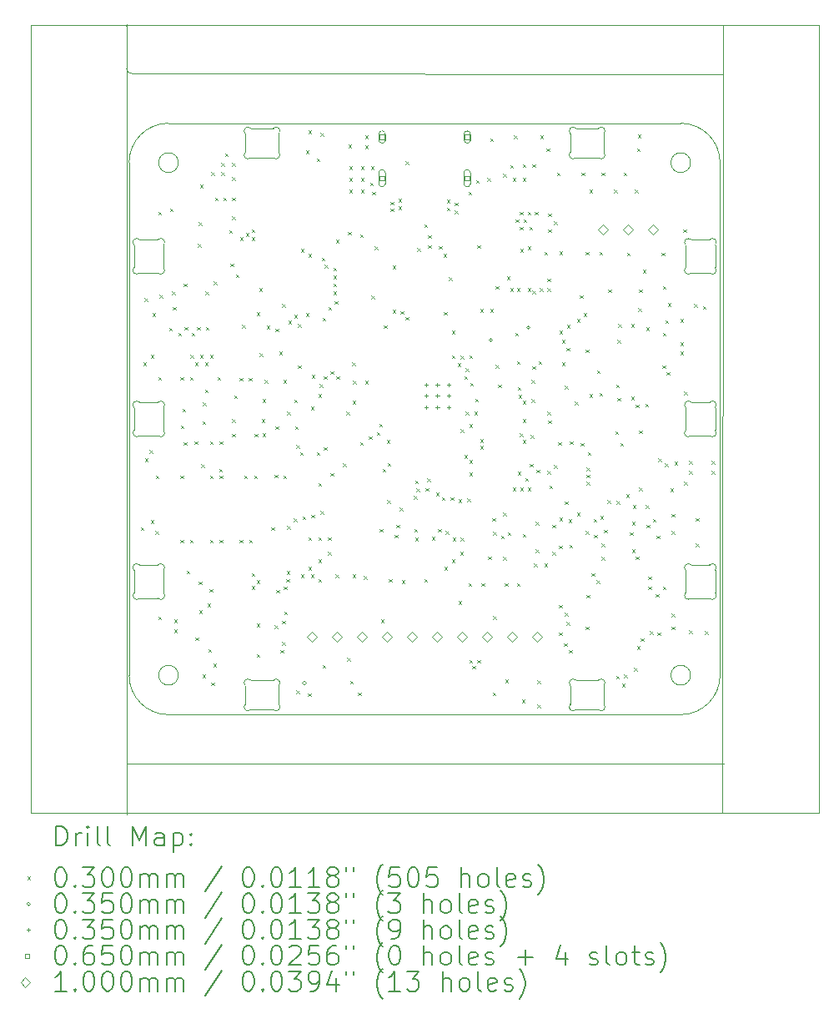
<source format=gbr>
%TF.GenerationSoftware,KiCad,Pcbnew,8.0.7*%
%TF.CreationDate,2025-03-27T17:00:37+01:00*%
%TF.ProjectId,7-REV1B,372d5245-5631-4422-9e6b-696361645f70,rev?*%
%TF.SameCoordinates,Original*%
%TF.FileFunction,Drillmap*%
%TF.FilePolarity,Positive*%
%FSLAX45Y45*%
G04 Gerber Fmt 4.5, Leading zero omitted, Abs format (unit mm)*
G04 Created by KiCad (PCBNEW 8.0.7) date 2025-03-27 17:00:37*
%MOMM*%
%LPD*%
G01*
G04 APERTURE LIST*
%ADD10C,0.050000*%
%ADD11C,0.120000*%
%ADD12C,0.200000*%
%ADD13C,0.100000*%
G04 APERTURE END LIST*
D10*
X10390000Y-12010000D02*
G75*
G02*
X9990000Y-11610000I0J400000D01*
G01*
X15690000Y-11610000D02*
G75*
G02*
X15490000Y-11610000I-100000J0D01*
G01*
X15490000Y-11610000D02*
G75*
G02*
X15690000Y-11610000I100000J0D01*
G01*
X10490000Y-6410000D02*
G75*
G02*
X10290000Y-6410000I-100000J0D01*
G01*
X10290000Y-6410000D02*
G75*
G02*
X10490000Y-6410000I100000J0D01*
G01*
X10490000Y-11610000D02*
G75*
G02*
X10290000Y-11610000I-100000J0D01*
G01*
X10290000Y-11610000D02*
G75*
G02*
X10490000Y-11610000I100000J0D01*
G01*
X15990000Y-11610000D02*
G75*
G02*
X15590000Y-12010000I-400000J0D01*
G01*
X10390000Y-12010000D02*
X15590000Y-12010000D01*
X15690000Y-6410000D02*
G75*
G02*
X15490000Y-6410000I-100000J0D01*
G01*
X15490000Y-6410000D02*
G75*
G02*
X15690000Y-6410000I100000J0D01*
G01*
X9965000Y-5025000D02*
X9965000Y-13025000D01*
X16990000Y-6410000D02*
X16990000Y-11610000D01*
X8990000Y-5010000D02*
X16990000Y-5010000D01*
X10015000Y-5505000D02*
X16015000Y-5510000D01*
X16990000Y-5010000D02*
X16990000Y-6410000D01*
X16990000Y-11610000D02*
X16990000Y-13010000D01*
X8990000Y-13010000D02*
X16990000Y-13010000D01*
X16020000Y-5010000D02*
X16015000Y-13010000D01*
X9986708Y-12510657D02*
X16025000Y-12510657D01*
X8990000Y-5010000D02*
X8990000Y-6410000D01*
X8990000Y-6410000D02*
X8990000Y-11610000D01*
X8990000Y-11610000D02*
X8990000Y-13010000D01*
X9990000Y-6410000D02*
X9990000Y-11610000D01*
X9965000Y-5025807D02*
G75*
G02*
X9967498Y-5010008I0J8097D01*
G01*
X9986708Y-12510657D02*
G75*
G02*
X9965000Y-12497240I-6708J13417D01*
G01*
X10015000Y-5505000D02*
G75*
G02*
X9965088Y-5456632I-2410J47450D01*
G01*
X15990000Y-11610000D02*
X15990000Y-6410000D01*
X15590000Y-6010000D02*
G75*
G02*
X15990000Y-6410000I0J-400000D01*
G01*
X9990000Y-6410000D02*
G75*
G02*
X10390000Y-6010000I400000J0D01*
G01*
X10390000Y-6010000D02*
X15590000Y-6010000D01*
D11*
X11170000Y-6303431D02*
X11170000Y-6116569D01*
X11226569Y-6060000D02*
X11453431Y-6060000D01*
X11453431Y-6360000D02*
X11226569Y-6360000D01*
X11510000Y-6116569D02*
X11510000Y-6303431D01*
X11170000Y-6116569D02*
G75*
G02*
X11226569Y-6060000I28284J28284D01*
G01*
X11226569Y-6360000D02*
G75*
G02*
X11170000Y-6303431I-28284J28284D01*
G01*
X11453431Y-6060000D02*
G75*
G02*
X11510000Y-6116569I28284J-28284D01*
G01*
X11510000Y-6303431D02*
G75*
G02*
X11453431Y-6360000I-28284J-28284D01*
G01*
X14470000Y-11903431D02*
X14470000Y-11716569D01*
X14526569Y-11660000D02*
X14753431Y-11660000D01*
X14753431Y-11960000D02*
X14526569Y-11960000D01*
X14810000Y-11716569D02*
X14810000Y-11903431D01*
X14470000Y-11716569D02*
G75*
G02*
X14526569Y-11660000I28284J28284D01*
G01*
X14526569Y-11960000D02*
G75*
G02*
X14470000Y-11903431I-28284J28284D01*
G01*
X14753431Y-11660000D02*
G75*
G02*
X14810000Y-11716569I28284J-28284D01*
G01*
X14810000Y-11903431D02*
G75*
G02*
X14753431Y-11960000I-28284J-28284D01*
G01*
X10040000Y-10773431D02*
X10040000Y-10546569D01*
X10096569Y-10490000D02*
X10283431Y-10490000D01*
X10283431Y-10830000D02*
X10096569Y-10830000D01*
X10340000Y-10546569D02*
X10340000Y-10773431D01*
X10040000Y-10546569D02*
G75*
G02*
X10096569Y-10490000I28284J28284D01*
G01*
X10096569Y-10830000D02*
G75*
G02*
X10040000Y-10773431I-28284J28284D01*
G01*
X10283431Y-10490000D02*
G75*
G02*
X10340000Y-10546569I28284J-28284D01*
G01*
X10340000Y-10773431D02*
G75*
G02*
X10283431Y-10830000I-28284J-28284D01*
G01*
X14470000Y-6303431D02*
X14470000Y-6116569D01*
X14526569Y-6060000D02*
X14753431Y-6060000D01*
X14753431Y-6360000D02*
X14526569Y-6360000D01*
X14810000Y-6116569D02*
X14810000Y-6303431D01*
X14470000Y-6116569D02*
G75*
G02*
X14526569Y-6060000I28284J28284D01*
G01*
X14526569Y-6360000D02*
G75*
G02*
X14470000Y-6303431I-28284J28284D01*
G01*
X14753431Y-6060000D02*
G75*
G02*
X14810000Y-6116569I28284J-28284D01*
G01*
X14810000Y-6303431D02*
G75*
G02*
X14753431Y-6360000I-28284J-28284D01*
G01*
X15640000Y-7473431D02*
X15640000Y-7246569D01*
X15696569Y-7190000D02*
X15883431Y-7190000D01*
X15883431Y-7530000D02*
X15696569Y-7530000D01*
X15940000Y-7246569D02*
X15940000Y-7473431D01*
X15640000Y-7246569D02*
G75*
G02*
X15696569Y-7190000I28284J28284D01*
G01*
X15696569Y-7530000D02*
G75*
G02*
X15640000Y-7473431I-28284J28284D01*
G01*
X15883431Y-7190000D02*
G75*
G02*
X15940000Y-7246569I28284J-28284D01*
G01*
X15940000Y-7473431D02*
G75*
G02*
X15883431Y-7530000I-28284J-28284D01*
G01*
X11170000Y-11903431D02*
X11170000Y-11716569D01*
X11226569Y-11660000D02*
X11453431Y-11660000D01*
X11453431Y-11960000D02*
X11226569Y-11960000D01*
X11510000Y-11716569D02*
X11510000Y-11903431D01*
X11170000Y-11716569D02*
G75*
G02*
X11226569Y-11660000I28284J28284D01*
G01*
X11226569Y-11960000D02*
G75*
G02*
X11170000Y-11903431I-28284J28284D01*
G01*
X11453431Y-11660000D02*
G75*
G02*
X11510000Y-11716569I28284J-28284D01*
G01*
X11510000Y-11903431D02*
G75*
G02*
X11453431Y-11960000I-28284J-28284D01*
G01*
X10040000Y-7473431D02*
X10040000Y-7246569D01*
X10096569Y-7190000D02*
X10283431Y-7190000D01*
X10283431Y-7530000D02*
X10096569Y-7530000D01*
X10340000Y-7246569D02*
X10340000Y-7473431D01*
X10040000Y-7246569D02*
G75*
G02*
X10096569Y-7190000I28284J28284D01*
G01*
X10096569Y-7530000D02*
G75*
G02*
X10040000Y-7473431I-28284J28284D01*
G01*
X10283431Y-7190000D02*
G75*
G02*
X10340000Y-7246569I28284J-28284D01*
G01*
X10340000Y-7473431D02*
G75*
G02*
X10283431Y-7530000I-28284J-28284D01*
G01*
X10040000Y-9123431D02*
X10040000Y-8896569D01*
X10096569Y-8840000D02*
X10283431Y-8840000D01*
X10283431Y-9180000D02*
X10096569Y-9180000D01*
X10340000Y-8896569D02*
X10340000Y-9123431D01*
X10040000Y-8896569D02*
G75*
G02*
X10096569Y-8840000I28284J28284D01*
G01*
X10096569Y-9180000D02*
G75*
G02*
X10040000Y-9123431I-28284J28284D01*
G01*
X10283431Y-8840000D02*
G75*
G02*
X10340000Y-8896569I28284J-28284D01*
G01*
X10340000Y-9123431D02*
G75*
G02*
X10283431Y-9180000I-28284J-28284D01*
G01*
X15640000Y-10773431D02*
X15640000Y-10546569D01*
X15696569Y-10490000D02*
X15883431Y-10490000D01*
X15883431Y-10830000D02*
X15696569Y-10830000D01*
X15940000Y-10546569D02*
X15940000Y-10773431D01*
X15640000Y-10546569D02*
G75*
G02*
X15696569Y-10490000I28284J28284D01*
G01*
X15696569Y-10830000D02*
G75*
G02*
X15640000Y-10773431I-28284J28284D01*
G01*
X15883431Y-10490000D02*
G75*
G02*
X15940000Y-10546569I28284J-28284D01*
G01*
X15940000Y-10773431D02*
G75*
G02*
X15883431Y-10830000I-28284J-28284D01*
G01*
X15640000Y-9123431D02*
X15640000Y-8896569D01*
X15696569Y-8840000D02*
X15883431Y-8840000D01*
X15883431Y-9180000D02*
X15696569Y-9180000D01*
X15940000Y-8896569D02*
X15940000Y-9123431D01*
X15640000Y-8896569D02*
G75*
G02*
X15696569Y-8840000I28284J28284D01*
G01*
X15696569Y-9180000D02*
G75*
G02*
X15640000Y-9123431I-28284J28284D01*
G01*
X15883431Y-8840000D02*
G75*
G02*
X15940000Y-8896569I28284J-28284D01*
G01*
X15940000Y-9123431D02*
G75*
G02*
X15883431Y-9180000I-28284J-28284D01*
G01*
D12*
D13*
X10110000Y-10110000D02*
X10140000Y-10140000D01*
X10140000Y-10110000D02*
X10110000Y-10140000D01*
X10135000Y-8435000D02*
X10165000Y-8465000D01*
X10165000Y-8435000D02*
X10135000Y-8465000D01*
X10145000Y-7785000D02*
X10175000Y-7815000D01*
X10175000Y-7785000D02*
X10145000Y-7815000D01*
X10150000Y-9410000D02*
X10180000Y-9440000D01*
X10180000Y-9410000D02*
X10150000Y-9440000D01*
X10195000Y-9325000D02*
X10225000Y-9355000D01*
X10225000Y-9325000D02*
X10195000Y-9355000D01*
X10210000Y-8360000D02*
X10240000Y-8390000D01*
X10240000Y-8360000D02*
X10210000Y-8390000D01*
X10210000Y-10035000D02*
X10240000Y-10065000D01*
X10240000Y-10035000D02*
X10210000Y-10065000D01*
X10225000Y-7935000D02*
X10255000Y-7965000D01*
X10255000Y-7935000D02*
X10225000Y-7965000D01*
X10255000Y-10145000D02*
X10285000Y-10175000D01*
X10285000Y-10145000D02*
X10255000Y-10175000D01*
X10260000Y-9585000D02*
X10290000Y-9615000D01*
X10290000Y-9585000D02*
X10260000Y-9615000D01*
X10285000Y-6910000D02*
X10315000Y-6940000D01*
X10315000Y-6910000D02*
X10285000Y-6940000D01*
X10285000Y-8585000D02*
X10315000Y-8615000D01*
X10315000Y-8585000D02*
X10285000Y-8615000D01*
X10285000Y-11015000D02*
X10315000Y-11045000D01*
X10315000Y-11015000D02*
X10285000Y-11045000D01*
X10300000Y-7750000D02*
X10330000Y-7780000D01*
X10330000Y-7750000D02*
X10300000Y-7780000D01*
X10395000Y-8085000D02*
X10425000Y-8115000D01*
X10425000Y-8085000D02*
X10395000Y-8115000D01*
X10405000Y-6875000D02*
X10435000Y-6905000D01*
X10435000Y-6875000D02*
X10405000Y-6905000D01*
X10425000Y-7715000D02*
X10455000Y-7745000D01*
X10455000Y-7715000D02*
X10425000Y-7745000D01*
X10435000Y-7875000D02*
X10465000Y-7905000D01*
X10465000Y-7875000D02*
X10435000Y-7905000D01*
X10445000Y-11045000D02*
X10475000Y-11075000D01*
X10475000Y-11045000D02*
X10445000Y-11075000D01*
X10445000Y-11145000D02*
X10475000Y-11175000D01*
X10475000Y-11145000D02*
X10445000Y-11175000D01*
X10490000Y-8135000D02*
X10520000Y-8165000D01*
X10520000Y-8135000D02*
X10490000Y-8165000D01*
X10510000Y-8585000D02*
X10540000Y-8615000D01*
X10540000Y-8585000D02*
X10510000Y-8615000D01*
X10511500Y-9585000D02*
X10541500Y-9615000D01*
X10541500Y-9585000D02*
X10511500Y-9615000D01*
X10511500Y-10235000D02*
X10541500Y-10265000D01*
X10541500Y-10235000D02*
X10511500Y-10265000D01*
X10515000Y-9075000D02*
X10545000Y-9105000D01*
X10545000Y-9075000D02*
X10515000Y-9105000D01*
X10530000Y-8905000D02*
X10560000Y-8935000D01*
X10560000Y-8905000D02*
X10530000Y-8935000D01*
X10545000Y-7635000D02*
X10575000Y-7665000D01*
X10575000Y-7635000D02*
X10545000Y-7665000D01*
X10545000Y-9245000D02*
X10575000Y-9275000D01*
X10575000Y-9245000D02*
X10545000Y-9275000D01*
X10555000Y-8075000D02*
X10585000Y-8105000D01*
X10585000Y-8075000D02*
X10555000Y-8105000D01*
X10572500Y-10547500D02*
X10602500Y-10577500D01*
X10602500Y-10547500D02*
X10572500Y-10577500D01*
X10608500Y-8585000D02*
X10638500Y-8615000D01*
X10638500Y-8585000D02*
X10608500Y-8615000D01*
X10608500Y-10235000D02*
X10638500Y-10265000D01*
X10638500Y-10235000D02*
X10608500Y-10265000D01*
X10610000Y-8360000D02*
X10640000Y-8390000D01*
X10640000Y-8360000D02*
X10610000Y-8390000D01*
X10625000Y-8135000D02*
X10655000Y-8165000D01*
X10655000Y-8135000D02*
X10625000Y-8165000D01*
X10652500Y-9235000D02*
X10682500Y-9265000D01*
X10682500Y-9235000D02*
X10652500Y-9265000D01*
X10660000Y-8435000D02*
X10690000Y-8465000D01*
X10690000Y-8435000D02*
X10660000Y-8465000D01*
X10665000Y-11225000D02*
X10695000Y-11255000D01*
X10695000Y-11225000D02*
X10665000Y-11255000D01*
X10680000Y-8075000D02*
X10710000Y-8105000D01*
X10710000Y-8075000D02*
X10680000Y-8105000D01*
X10690000Y-7235000D02*
X10720000Y-7265000D01*
X10720000Y-7235000D02*
X10690000Y-7265000D01*
X10695000Y-7015000D02*
X10725000Y-7045000D01*
X10725000Y-7015000D02*
X10695000Y-7045000D01*
X10695000Y-10660000D02*
X10725000Y-10690000D01*
X10725000Y-10660000D02*
X10695000Y-10690000D01*
X10700000Y-10950000D02*
X10730000Y-10980000D01*
X10730000Y-10950000D02*
X10700000Y-10980000D01*
X10710000Y-6635000D02*
X10740000Y-6665000D01*
X10740000Y-6635000D02*
X10710000Y-6665000D01*
X10710000Y-8360000D02*
X10740000Y-8390000D01*
X10740000Y-8360000D02*
X10710000Y-8390000D01*
X10720000Y-9470000D02*
X10750000Y-9500000D01*
X10750000Y-9470000D02*
X10720000Y-9500000D01*
X10735000Y-9035000D02*
X10765000Y-9065000D01*
X10765000Y-9035000D02*
X10735000Y-9065000D01*
X10735000Y-11605000D02*
X10765000Y-11635000D01*
X10765000Y-11605000D02*
X10735000Y-11635000D01*
X10740000Y-8845000D02*
X10770000Y-8875000D01*
X10770000Y-8845000D02*
X10740000Y-8875000D01*
X10760000Y-8435000D02*
X10790000Y-8465000D01*
X10790000Y-8435000D02*
X10760000Y-8465000D01*
X10760000Y-8710000D02*
X10790000Y-8740000D01*
X10790000Y-8710000D02*
X10760000Y-8740000D01*
X10765000Y-7715000D02*
X10795000Y-7745000D01*
X10795000Y-7715000D02*
X10765000Y-7745000D01*
X10770000Y-8075000D02*
X10800000Y-8105000D01*
X10800000Y-8075000D02*
X10770000Y-8105000D01*
X10785000Y-10885000D02*
X10815000Y-10915000D01*
X10815000Y-10885000D02*
X10785000Y-10915000D01*
X10795000Y-11345000D02*
X10825000Y-11375000D01*
X10825000Y-11345000D02*
X10795000Y-11375000D01*
X10805000Y-10735000D02*
X10835000Y-10765000D01*
X10835000Y-10735000D02*
X10805000Y-10765000D01*
X10810000Y-8360000D02*
X10840000Y-8390000D01*
X10840000Y-8360000D02*
X10810000Y-8390000D01*
X10810000Y-9235000D02*
X10840000Y-9265000D01*
X10840000Y-9235000D02*
X10810000Y-9265000D01*
X10811500Y-9585000D02*
X10841500Y-9615000D01*
X10841500Y-9585000D02*
X10811500Y-9615000D01*
X10811500Y-10235000D02*
X10841500Y-10265000D01*
X10841500Y-10235000D02*
X10811500Y-10265000D01*
X10825000Y-6505000D02*
X10855000Y-6535000D01*
X10855000Y-6505000D02*
X10825000Y-6535000D01*
X10825000Y-11685000D02*
X10855000Y-11715000D01*
X10855000Y-11685000D02*
X10825000Y-11715000D01*
X10845000Y-11495000D02*
X10875000Y-11525000D01*
X10875000Y-11495000D02*
X10845000Y-11525000D01*
X10850000Y-7615000D02*
X10880000Y-7645000D01*
X10880000Y-7615000D02*
X10850000Y-7645000D01*
X10860000Y-6765000D02*
X10890000Y-6795000D01*
X10890000Y-6765000D02*
X10860000Y-6795000D01*
X10888500Y-8585000D02*
X10918500Y-8615000D01*
X10918500Y-8585000D02*
X10888500Y-8615000D01*
X10905000Y-9515000D02*
X10935000Y-9545000D01*
X10935000Y-9515000D02*
X10905000Y-9545000D01*
X10908500Y-9585000D02*
X10938500Y-9615000D01*
X10938500Y-9585000D02*
X10908500Y-9615000D01*
X10908500Y-10235000D02*
X10938500Y-10265000D01*
X10938500Y-10235000D02*
X10908500Y-10265000D01*
X10910000Y-9235000D02*
X10940000Y-9265000D01*
X10940000Y-9235000D02*
X10910000Y-9265000D01*
X10925000Y-6415000D02*
X10955000Y-6445000D01*
X10955000Y-6415000D02*
X10925000Y-6445000D01*
X10925000Y-6505000D02*
X10955000Y-6535000D01*
X10955000Y-6505000D02*
X10925000Y-6535000D01*
X10945000Y-6765000D02*
X10975000Y-6795000D01*
X10975000Y-6765000D02*
X10945000Y-6795000D01*
X10965000Y-6315000D02*
X10995000Y-6345000D01*
X10995000Y-6315000D02*
X10965000Y-6345000D01*
X11005000Y-7095000D02*
X11035000Y-7125000D01*
X11035000Y-7095000D02*
X11005000Y-7125000D01*
X11020000Y-7435000D02*
X11050000Y-7465000D01*
X11050000Y-7435000D02*
X11020000Y-7465000D01*
X11035000Y-6555000D02*
X11065000Y-6585000D01*
X11065000Y-6555000D02*
X11035000Y-6585000D01*
X11035000Y-6765000D02*
X11065000Y-6795000D01*
X11065000Y-6765000D02*
X11035000Y-6795000D01*
X11035000Y-9010000D02*
X11065000Y-9040000D01*
X11065000Y-9010000D02*
X11035000Y-9040000D01*
X11035000Y-9160000D02*
X11065000Y-9190000D01*
X11065000Y-9160000D02*
X11035000Y-9190000D01*
X11037000Y-6415000D02*
X11067000Y-6445000D01*
X11067000Y-6415000D02*
X11037000Y-6445000D01*
X11037000Y-6955000D02*
X11067000Y-6985000D01*
X11067000Y-6955000D02*
X11037000Y-6985000D01*
X11055000Y-8770000D02*
X11085000Y-8800000D01*
X11085000Y-8770000D02*
X11055000Y-8800000D01*
X11075000Y-7545000D02*
X11105000Y-7575000D01*
X11105000Y-7545000D02*
X11075000Y-7575000D01*
X11110000Y-10235000D02*
X11140000Y-10265000D01*
X11140000Y-10235000D02*
X11110000Y-10265000D01*
X11111500Y-8595000D02*
X11141500Y-8625000D01*
X11141500Y-8595000D02*
X11111500Y-8625000D01*
X11115000Y-7165000D02*
X11145000Y-7195000D01*
X11145000Y-7165000D02*
X11115000Y-7195000D01*
X11135000Y-8055000D02*
X11165000Y-8085000D01*
X11165000Y-8055000D02*
X11135000Y-8085000D01*
X11160000Y-9585000D02*
X11190000Y-9615000D01*
X11190000Y-9585000D02*
X11160000Y-9615000D01*
X11175000Y-7125000D02*
X11205000Y-7155000D01*
X11205000Y-7125000D02*
X11175000Y-7155000D01*
X11205000Y-8595000D02*
X11235000Y-8625000D01*
X11235000Y-8595000D02*
X11205000Y-8625000D01*
X11208500Y-10235000D02*
X11238500Y-10265000D01*
X11238500Y-10235000D02*
X11208500Y-10265000D01*
X11235000Y-7085000D02*
X11265000Y-7115000D01*
X11265000Y-7085000D02*
X11235000Y-7115000D01*
X11235000Y-7165000D02*
X11265000Y-7195000D01*
X11265000Y-7165000D02*
X11235000Y-7195000D01*
X11235000Y-10575000D02*
X11265000Y-10605000D01*
X11265000Y-10575000D02*
X11235000Y-10605000D01*
X11235000Y-10705000D02*
X11265000Y-10735000D01*
X11265000Y-10705000D02*
X11235000Y-10735000D01*
X11260000Y-9585000D02*
X11290000Y-9615000D01*
X11290000Y-9585000D02*
X11260000Y-9615000D01*
X11265000Y-9160000D02*
X11295000Y-9190000D01*
X11295000Y-9160000D02*
X11265000Y-9190000D01*
X11285000Y-7930000D02*
X11315000Y-7960000D01*
X11315000Y-7930000D02*
X11285000Y-7960000D01*
X11285000Y-10645000D02*
X11315000Y-10675000D01*
X11315000Y-10645000D02*
X11285000Y-10675000D01*
X11285000Y-11085000D02*
X11315000Y-11115000D01*
X11315000Y-11085000D02*
X11285000Y-11115000D01*
X11285000Y-11395000D02*
X11315000Y-11425000D01*
X11315000Y-11395000D02*
X11285000Y-11425000D01*
X11310000Y-7685000D02*
X11340000Y-7715000D01*
X11340000Y-7685000D02*
X11310000Y-7715000D01*
X11315000Y-8345000D02*
X11345000Y-8375000D01*
X11345000Y-8345000D02*
X11315000Y-8375000D01*
X11335000Y-9010000D02*
X11365000Y-9040000D01*
X11365000Y-9010000D02*
X11335000Y-9040000D01*
X11345000Y-8810000D02*
X11375000Y-8840000D01*
X11375000Y-8810000D02*
X11345000Y-8840000D01*
X11345000Y-9155000D02*
X11375000Y-9185000D01*
X11375000Y-9155000D02*
X11345000Y-9185000D01*
X11365000Y-8615000D02*
X11395000Y-8645000D01*
X11395000Y-8615000D02*
X11365000Y-8645000D01*
X11385000Y-8065000D02*
X11415000Y-8095000D01*
X11415000Y-8065000D02*
X11385000Y-8095000D01*
X11435000Y-10110000D02*
X11465000Y-10140000D01*
X11465000Y-10110000D02*
X11435000Y-10140000D01*
X11465000Y-9575000D02*
X11495000Y-9605000D01*
X11495000Y-9575000D02*
X11465000Y-9605000D01*
X11465000Y-11105000D02*
X11495000Y-11135000D01*
X11495000Y-11105000D02*
X11465000Y-11135000D01*
X11475000Y-8095000D02*
X11505000Y-8125000D01*
X11505000Y-8095000D02*
X11475000Y-8125000D01*
X11475000Y-9085000D02*
X11505000Y-9115000D01*
X11505000Y-9085000D02*
X11475000Y-9115000D01*
X11485000Y-10745000D02*
X11515000Y-10775000D01*
X11515000Y-10745000D02*
X11485000Y-10775000D01*
X11515000Y-8325000D02*
X11545000Y-8355000D01*
X11545000Y-8325000D02*
X11515000Y-8355000D01*
X11525000Y-11355000D02*
X11555000Y-11385000D01*
X11555000Y-11355000D02*
X11525000Y-11385000D01*
X11545000Y-7845000D02*
X11575000Y-7875000D01*
X11575000Y-7845000D02*
X11545000Y-7875000D01*
X11545000Y-11055000D02*
X11575000Y-11085000D01*
X11575000Y-11055000D02*
X11545000Y-11085000D01*
X11545000Y-11275000D02*
X11575000Y-11305000D01*
X11575000Y-11275000D02*
X11545000Y-11305000D01*
X11555000Y-8615000D02*
X11585000Y-8645000D01*
X11585000Y-8615000D02*
X11555000Y-8645000D01*
X11555000Y-9585000D02*
X11585000Y-9615000D01*
X11585000Y-9585000D02*
X11555000Y-9615000D01*
X11560000Y-10710000D02*
X11590000Y-10740000D01*
X11590000Y-10710000D02*
X11560000Y-10740000D01*
X11565000Y-10965000D02*
X11595000Y-10995000D01*
X11595000Y-10965000D02*
X11565000Y-10995000D01*
X11585000Y-10635000D02*
X11615000Y-10665000D01*
X11615000Y-10635000D02*
X11585000Y-10665000D01*
X11589069Y-10551862D02*
X11619069Y-10581862D01*
X11619069Y-10551862D02*
X11589069Y-10581862D01*
X11595000Y-8935000D02*
X11625000Y-8965000D01*
X11625000Y-8935000D02*
X11595000Y-8965000D01*
X11595000Y-10095000D02*
X11625000Y-10125000D01*
X11625000Y-10095000D02*
X11595000Y-10125000D01*
X11605000Y-8015000D02*
X11635000Y-8045000D01*
X11635000Y-8015000D02*
X11605000Y-8045000D01*
X11660000Y-10020000D02*
X11690000Y-10050000D01*
X11690000Y-10020000D02*
X11660000Y-10050000D01*
X11665000Y-7955000D02*
X11695000Y-7985000D01*
X11695000Y-7955000D02*
X11665000Y-7985000D01*
X11665000Y-8815000D02*
X11695000Y-8845000D01*
X11695000Y-8815000D02*
X11665000Y-8845000D01*
X11675000Y-9085000D02*
X11705000Y-9115000D01*
X11705000Y-9085000D02*
X11675000Y-9115000D01*
X11685000Y-9275000D02*
X11715000Y-9305000D01*
X11715000Y-9275000D02*
X11685000Y-9305000D01*
X11685000Y-11765000D02*
X11715000Y-11795000D01*
X11715000Y-11765000D02*
X11685000Y-11795000D01*
X11705000Y-8045000D02*
X11735000Y-8075000D01*
X11735000Y-8045000D02*
X11705000Y-8075000D01*
X11705000Y-8465000D02*
X11735000Y-8495000D01*
X11735000Y-8465000D02*
X11705000Y-8495000D01*
X11725000Y-9345000D02*
X11755000Y-9375000D01*
X11755000Y-9345000D02*
X11725000Y-9375000D01*
X11735000Y-7285000D02*
X11765000Y-7315000D01*
X11765000Y-7285000D02*
X11735000Y-7315000D01*
X11735000Y-10585000D02*
X11765000Y-10615000D01*
X11765000Y-10585000D02*
X11735000Y-10615000D01*
X11750000Y-10000000D02*
X11780000Y-10030000D01*
X11780000Y-10000000D02*
X11750000Y-10030000D01*
X11785000Y-6285000D02*
X11815000Y-6315000D01*
X11815000Y-6285000D02*
X11785000Y-6315000D01*
X11785000Y-7935000D02*
X11815000Y-7965000D01*
X11815000Y-7935000D02*
X11785000Y-7965000D01*
X11805000Y-11795000D02*
X11835000Y-11825000D01*
X11835000Y-11795000D02*
X11805000Y-11825000D01*
X11810000Y-6085000D02*
X11840000Y-6115000D01*
X11840000Y-6085000D02*
X11810000Y-6115000D01*
X11810000Y-7335000D02*
X11840000Y-7365000D01*
X11840000Y-7335000D02*
X11810000Y-7365000D01*
X11810000Y-10210000D02*
X11840000Y-10240000D01*
X11840000Y-10210000D02*
X11810000Y-10240000D01*
X11810000Y-10510000D02*
X11840000Y-10540000D01*
X11840000Y-10510000D02*
X11810000Y-10540000D01*
X11835000Y-8885000D02*
X11865000Y-8915000D01*
X11865000Y-8885000D02*
X11835000Y-8915000D01*
X11835000Y-10585000D02*
X11865000Y-10615000D01*
X11865000Y-10585000D02*
X11835000Y-10615000D01*
X11840000Y-9980000D02*
X11870000Y-10010000D01*
X11870000Y-9980000D02*
X11840000Y-10010000D01*
X11845000Y-8565000D02*
X11875000Y-8595000D01*
X11875000Y-8565000D02*
X11845000Y-8595000D01*
X11895000Y-6365000D02*
X11925000Y-6395000D01*
X11925000Y-6365000D02*
X11895000Y-6395000D01*
X11895000Y-9345000D02*
X11925000Y-9375000D01*
X11925000Y-9345000D02*
X11895000Y-9375000D01*
X11910000Y-8760000D02*
X11940000Y-8790000D01*
X11940000Y-8760000D02*
X11910000Y-8790000D01*
X11910000Y-9660000D02*
X11940000Y-9690000D01*
X11940000Y-9660000D02*
X11910000Y-9690000D01*
X11910000Y-10210000D02*
X11940000Y-10240000D01*
X11940000Y-10210000D02*
X11910000Y-10240000D01*
X11910000Y-10435000D02*
X11940000Y-10465000D01*
X11940000Y-10435000D02*
X11910000Y-10465000D01*
X11910000Y-10635000D02*
X11940000Y-10665000D01*
X11940000Y-10635000D02*
X11910000Y-10665000D01*
X11925000Y-8655000D02*
X11955000Y-8685000D01*
X11955000Y-8655000D02*
X11925000Y-8685000D01*
X11935000Y-6110000D02*
X11965000Y-6140000D01*
X11965000Y-6110000D02*
X11935000Y-6140000D01*
X11935000Y-9945000D02*
X11965000Y-9975000D01*
X11965000Y-9945000D02*
X11935000Y-9975000D01*
X11945000Y-7375000D02*
X11975000Y-7405000D01*
X11975000Y-7375000D02*
X11945000Y-7405000D01*
X11955000Y-7985000D02*
X11985000Y-8015000D01*
X11985000Y-7985000D02*
X11955000Y-8015000D01*
X11955000Y-11505000D02*
X11985000Y-11535000D01*
X11985000Y-11505000D02*
X11955000Y-11535000D01*
X11965000Y-8575000D02*
X11995000Y-8605000D01*
X11995000Y-8575000D02*
X11965000Y-8605000D01*
X11965000Y-9295000D02*
X11995000Y-9325000D01*
X11995000Y-9295000D02*
X11965000Y-9325000D01*
X11975000Y-7445000D02*
X12005000Y-7475000D01*
X12005000Y-7445000D02*
X11975000Y-7475000D01*
X12010000Y-10210000D02*
X12040000Y-10240000D01*
X12040000Y-10210000D02*
X12010000Y-10240000D01*
X12010000Y-10360000D02*
X12040000Y-10390000D01*
X12040000Y-10360000D02*
X12010000Y-10390000D01*
X12015000Y-7875000D02*
X12045000Y-7905000D01*
X12045000Y-7875000D02*
X12015000Y-7905000D01*
X12035000Y-8525000D02*
X12065000Y-8555000D01*
X12065000Y-8525000D02*
X12035000Y-8555000D01*
X12035000Y-9560000D02*
X12065000Y-9590000D01*
X12065000Y-9560000D02*
X12035000Y-9590000D01*
X12065000Y-7475000D02*
X12095000Y-7505000D01*
X12095000Y-7475000D02*
X12065000Y-7505000D01*
X12065000Y-7555000D02*
X12095000Y-7585000D01*
X12095000Y-7555000D02*
X12065000Y-7585000D01*
X12065000Y-7635000D02*
X12095000Y-7665000D01*
X12095000Y-7635000D02*
X12065000Y-7665000D01*
X12065000Y-7715000D02*
X12095000Y-7745000D01*
X12095000Y-7715000D02*
X12065000Y-7745000D01*
X12075000Y-7815000D02*
X12105000Y-7845000D01*
X12105000Y-7815000D02*
X12075000Y-7845000D01*
X12085000Y-10585000D02*
X12115000Y-10615000D01*
X12115000Y-10585000D02*
X12085000Y-10615000D01*
X12090000Y-7190000D02*
X12120000Y-7220000D01*
X12120000Y-7190000D02*
X12090000Y-7220000D01*
X12095000Y-8575000D02*
X12125000Y-8605000D01*
X12125000Y-8575000D02*
X12095000Y-8605000D01*
X12160000Y-9460000D02*
X12190000Y-9490000D01*
X12190000Y-9460000D02*
X12160000Y-9490000D01*
X12195000Y-8935000D02*
X12225000Y-8965000D01*
X12225000Y-8935000D02*
X12195000Y-8965000D01*
X12205000Y-11435000D02*
X12235000Y-11465000D01*
X12235000Y-11435000D02*
X12205000Y-11465000D01*
X12210000Y-7110000D02*
X12240000Y-7140000D01*
X12240000Y-7110000D02*
X12210000Y-7140000D01*
X12215000Y-6225000D02*
X12245000Y-6255000D01*
X12245000Y-6225000D02*
X12215000Y-6255000D01*
X12225000Y-6445000D02*
X12255000Y-6475000D01*
X12255000Y-6445000D02*
X12225000Y-6475000D01*
X12225000Y-6565000D02*
X12255000Y-6595000D01*
X12255000Y-6565000D02*
X12225000Y-6595000D01*
X12225000Y-6685000D02*
X12255000Y-6715000D01*
X12255000Y-6685000D02*
X12225000Y-6715000D01*
X12235000Y-11665000D02*
X12265000Y-11695000D01*
X12265000Y-11665000D02*
X12235000Y-11695000D01*
X12255000Y-8435000D02*
X12285000Y-8465000D01*
X12285000Y-8435000D02*
X12255000Y-8465000D01*
X12260000Y-8825000D02*
X12290000Y-8855000D01*
X12290000Y-8825000D02*
X12260000Y-8855000D01*
X12260000Y-10585000D02*
X12290000Y-10615000D01*
X12290000Y-10585000D02*
X12260000Y-10615000D01*
X12265000Y-8625000D02*
X12295000Y-8655000D01*
X12295000Y-8625000D02*
X12265000Y-8655000D01*
X12315000Y-11785000D02*
X12345000Y-11815000D01*
X12345000Y-11785000D02*
X12315000Y-11815000D01*
X12335000Y-7135000D02*
X12365000Y-7165000D01*
X12365000Y-7135000D02*
X12335000Y-7165000D01*
X12335000Y-9245000D02*
X12365000Y-9275000D01*
X12365000Y-9245000D02*
X12335000Y-9275000D01*
X12345000Y-6445000D02*
X12375000Y-6475000D01*
X12375000Y-6445000D02*
X12345000Y-6475000D01*
X12345000Y-6565000D02*
X12375000Y-6595000D01*
X12375000Y-6565000D02*
X12345000Y-6595000D01*
X12345000Y-6685000D02*
X12375000Y-6715000D01*
X12375000Y-6685000D02*
X12345000Y-6715000D01*
X12375000Y-10605000D02*
X12405000Y-10635000D01*
X12405000Y-10605000D02*
X12375000Y-10635000D01*
X12385000Y-6135000D02*
X12415000Y-6165000D01*
X12415000Y-6135000D02*
X12385000Y-6165000D01*
X12385000Y-6235000D02*
X12415000Y-6265000D01*
X12415000Y-6235000D02*
X12385000Y-6265000D01*
X12385000Y-8625000D02*
X12415000Y-8655000D01*
X12415000Y-8625000D02*
X12385000Y-8655000D01*
X12425000Y-9185000D02*
X12455000Y-9215000D01*
X12455000Y-9185000D02*
X12425000Y-9215000D01*
X12435000Y-6610000D02*
X12465000Y-6640000D01*
X12465000Y-6610000D02*
X12435000Y-6640000D01*
X12445000Y-6445000D02*
X12475000Y-6475000D01*
X12475000Y-6445000D02*
X12445000Y-6475000D01*
X12450000Y-7760000D02*
X12480000Y-7790000D01*
X12480000Y-7760000D02*
X12450000Y-7790000D01*
X12460000Y-6705000D02*
X12490000Y-6735000D01*
X12490000Y-6705000D02*
X12460000Y-6735000D01*
X12481250Y-7260000D02*
X12511250Y-7290000D01*
X12511250Y-7260000D02*
X12481250Y-7290000D01*
X12505000Y-9145000D02*
X12535000Y-9175000D01*
X12535000Y-9145000D02*
X12505000Y-9175000D01*
X12530000Y-9060000D02*
X12560000Y-9090000D01*
X12560000Y-9060000D02*
X12530000Y-9090000D01*
X12535000Y-10125000D02*
X12565000Y-10155000D01*
X12565000Y-10125000D02*
X12535000Y-10155000D01*
X12545000Y-11045000D02*
X12575000Y-11075000D01*
X12575000Y-11045000D02*
X12545000Y-11075000D01*
X12565000Y-9515000D02*
X12595000Y-9545000D01*
X12595000Y-9515000D02*
X12565000Y-9545000D01*
X12575000Y-8060000D02*
X12605000Y-8090000D01*
X12605000Y-8060000D02*
X12575000Y-8090000D01*
X12605000Y-9225000D02*
X12635000Y-9255000D01*
X12635000Y-9225000D02*
X12605000Y-9255000D01*
X12610000Y-9835000D02*
X12640000Y-9865000D01*
X12640000Y-9835000D02*
X12610000Y-9865000D01*
X12615000Y-9455000D02*
X12645000Y-9485000D01*
X12645000Y-9455000D02*
X12615000Y-9485000D01*
X12625000Y-10635000D02*
X12655000Y-10665000D01*
X12655000Y-10635000D02*
X12625000Y-10665000D01*
X12645000Y-6805000D02*
X12675000Y-6835000D01*
X12675000Y-6805000D02*
X12645000Y-6835000D01*
X12645000Y-6875000D02*
X12675000Y-6905000D01*
X12675000Y-6875000D02*
X12645000Y-6905000D01*
X12665000Y-7455000D02*
X12695000Y-7485000D01*
X12695000Y-7455000D02*
X12665000Y-7485000D01*
X12665000Y-7905000D02*
X12695000Y-7935000D01*
X12695000Y-7905000D02*
X12665000Y-7935000D01*
X12685000Y-10185000D02*
X12715000Y-10215000D01*
X12715000Y-10185000D02*
X12685000Y-10215000D01*
X12705000Y-10085000D02*
X12735000Y-10115000D01*
X12735000Y-10085000D02*
X12705000Y-10115000D01*
X12725000Y-6775000D02*
X12755000Y-6805000D01*
X12755000Y-6775000D02*
X12725000Y-6805000D01*
X12725000Y-6855000D02*
X12755000Y-6885000D01*
X12755000Y-6855000D02*
X12725000Y-6885000D01*
X12735000Y-9910000D02*
X12765000Y-9940000D01*
X12765000Y-9910000D02*
X12735000Y-9940000D01*
X12745000Y-7915000D02*
X12775000Y-7945000D01*
X12775000Y-7915000D02*
X12745000Y-7945000D01*
X12760000Y-10645000D02*
X12790000Y-10675000D01*
X12790000Y-10645000D02*
X12760000Y-10675000D01*
X12795000Y-6395000D02*
X12825000Y-6425000D01*
X12825000Y-6395000D02*
X12795000Y-6425000D01*
X12795000Y-7975000D02*
X12825000Y-8005000D01*
X12825000Y-7975000D02*
X12795000Y-8005000D01*
X12880000Y-9790000D02*
X12910000Y-9820000D01*
X12910000Y-9790000D02*
X12880000Y-9820000D01*
X12885000Y-10125000D02*
X12915000Y-10155000D01*
X12915000Y-10125000D02*
X12885000Y-10155000D01*
X12895000Y-9635000D02*
X12925000Y-9665000D01*
X12925000Y-9635000D02*
X12895000Y-9665000D01*
X12895000Y-10215000D02*
X12925000Y-10245000D01*
X12925000Y-10215000D02*
X12895000Y-10245000D01*
X12905000Y-9715000D02*
X12935000Y-9745000D01*
X12935000Y-9715000D02*
X12905000Y-9745000D01*
X12915000Y-7275000D02*
X12945000Y-7305000D01*
X12945000Y-7275000D02*
X12915000Y-7305000D01*
X12985000Y-7035000D02*
X13015000Y-7065000D01*
X13015000Y-7035000D02*
X12985000Y-7065000D01*
X12985000Y-10635000D02*
X13015000Y-10665000D01*
X13015000Y-10635000D02*
X12985000Y-10665000D01*
X13000000Y-9710000D02*
X13030000Y-9740000D01*
X13030000Y-9710000D02*
X13000000Y-9740000D01*
X13015750Y-9614250D02*
X13045750Y-9644250D01*
X13045750Y-9614250D02*
X13015750Y-9644250D01*
X13025000Y-7145000D02*
X13055000Y-7175000D01*
X13055000Y-7145000D02*
X13025000Y-7175000D01*
X13025000Y-7245000D02*
X13055000Y-7275000D01*
X13055000Y-7245000D02*
X13025000Y-7275000D01*
X13065000Y-10205000D02*
X13095000Y-10235000D01*
X13095000Y-10205000D02*
X13065000Y-10235000D01*
X13105000Y-9755000D02*
X13135000Y-9785000D01*
X13135000Y-9755000D02*
X13105000Y-9785000D01*
X13125000Y-10125000D02*
X13155000Y-10155000D01*
X13155000Y-10125000D02*
X13125000Y-10155000D01*
X13135000Y-7255000D02*
X13165000Y-7285000D01*
X13165000Y-7255000D02*
X13135000Y-7285000D01*
X13165000Y-9805000D02*
X13195000Y-9835000D01*
X13195000Y-9805000D02*
X13165000Y-9835000D01*
X13180000Y-7335000D02*
X13210000Y-7365000D01*
X13210000Y-7335000D02*
X13180000Y-7365000D01*
X13185000Y-7925000D02*
X13215000Y-7955000D01*
X13215000Y-7925000D02*
X13185000Y-7955000D01*
X13190000Y-10510000D02*
X13220000Y-10540000D01*
X13220000Y-10510000D02*
X13190000Y-10540000D01*
X13205000Y-10145000D02*
X13235000Y-10175000D01*
X13235000Y-10145000D02*
X13205000Y-10175000D01*
X13215000Y-6785000D02*
X13245000Y-6815000D01*
X13245000Y-6785000D02*
X13215000Y-6815000D01*
X13215000Y-6865000D02*
X13245000Y-6895000D01*
X13245000Y-6865000D02*
X13215000Y-6895000D01*
X13235000Y-7575000D02*
X13265000Y-7605000D01*
X13265000Y-7575000D02*
X13235000Y-7605000D01*
X13255000Y-9805000D02*
X13285000Y-9835000D01*
X13285000Y-9805000D02*
X13255000Y-9835000D01*
X13265000Y-8115000D02*
X13295000Y-8145000D01*
X13295000Y-8115000D02*
X13265000Y-8145000D01*
X13265000Y-8365000D02*
X13295000Y-8395000D01*
X13295000Y-8365000D02*
X13265000Y-8395000D01*
X13265000Y-10435000D02*
X13295000Y-10465000D01*
X13295000Y-10435000D02*
X13265000Y-10465000D01*
X13275000Y-10215000D02*
X13305000Y-10245000D01*
X13305000Y-10215000D02*
X13275000Y-10245000D01*
X13295000Y-6815000D02*
X13325000Y-6845000D01*
X13325000Y-6815000D02*
X13295000Y-6845000D01*
X13295000Y-6895000D02*
X13325000Y-6925000D01*
X13325000Y-6895000D02*
X13295000Y-6925000D01*
X13325000Y-8445000D02*
X13355000Y-8475000D01*
X13355000Y-8445000D02*
X13325000Y-8475000D01*
X13335000Y-9825000D02*
X13365000Y-9855000D01*
X13365000Y-9825000D02*
X13335000Y-9855000D01*
X13335000Y-10860000D02*
X13365000Y-10890000D01*
X13365000Y-10860000D02*
X13335000Y-10890000D01*
X13350000Y-10360000D02*
X13380000Y-10390000D01*
X13380000Y-10360000D02*
X13350000Y-10390000D01*
X13355000Y-8370000D02*
X13385000Y-8400000D01*
X13385000Y-8370000D02*
X13355000Y-8400000D01*
X13355000Y-9115000D02*
X13385000Y-9145000D01*
X13385000Y-9115000D02*
X13355000Y-9145000D01*
X13355000Y-10215000D02*
X13385000Y-10245000D01*
X13385000Y-10215000D02*
X13355000Y-10245000D01*
X13395000Y-8575000D02*
X13425000Y-8605000D01*
X13425000Y-8575000D02*
X13395000Y-8605000D01*
X13395000Y-9375000D02*
X13425000Y-9405000D01*
X13425000Y-9375000D02*
X13395000Y-9405000D01*
X13405000Y-8495000D02*
X13435000Y-8525000D01*
X13435000Y-8495000D02*
X13405000Y-8525000D01*
X13405000Y-8935000D02*
X13435000Y-8965000D01*
X13435000Y-8935000D02*
X13405000Y-8965000D01*
X13425000Y-9815000D02*
X13455000Y-9845000D01*
X13455000Y-9815000D02*
X13425000Y-9845000D01*
X13435000Y-6705000D02*
X13465000Y-6735000D01*
X13465000Y-6705000D02*
X13435000Y-6735000D01*
X13435000Y-10675000D02*
X13465000Y-10705000D01*
X13465000Y-10675000D02*
X13435000Y-10705000D01*
X13445000Y-8365000D02*
X13475000Y-8395000D01*
X13475000Y-8365000D02*
X13445000Y-8395000D01*
X13445000Y-9065000D02*
X13475000Y-9095000D01*
X13475000Y-9065000D02*
X13445000Y-9095000D01*
X13445000Y-9425000D02*
X13475000Y-9455000D01*
X13475000Y-9425000D02*
X13445000Y-9455000D01*
X13445000Y-9555000D02*
X13475000Y-9585000D01*
X13475000Y-9555000D02*
X13445000Y-9585000D01*
X13445000Y-11455000D02*
X13475000Y-11485000D01*
X13475000Y-11455000D02*
X13445000Y-11485000D01*
X13452626Y-8642627D02*
X13482626Y-8672627D01*
X13482626Y-8642627D02*
X13452626Y-8672627D01*
X13475000Y-11515000D02*
X13505000Y-11545000D01*
X13505000Y-11515000D02*
X13475000Y-11545000D01*
X13495000Y-8935000D02*
X13525000Y-8965000D01*
X13525000Y-8935000D02*
X13495000Y-8965000D01*
X13505000Y-8805000D02*
X13535000Y-8835000D01*
X13535000Y-8805000D02*
X13505000Y-8835000D01*
X13510000Y-6585000D02*
X13540000Y-6615000D01*
X13540000Y-6585000D02*
X13510000Y-6615000D01*
X13525000Y-7245000D02*
X13555000Y-7275000D01*
X13555000Y-7245000D02*
X13525000Y-7275000D01*
X13525000Y-11455000D02*
X13555000Y-11485000D01*
X13555000Y-11455000D02*
X13525000Y-11485000D01*
X13555000Y-7895000D02*
X13585000Y-7925000D01*
X13585000Y-7895000D02*
X13555000Y-7925000D01*
X13555000Y-9215000D02*
X13585000Y-9245000D01*
X13585000Y-9215000D02*
X13555000Y-9245000D01*
X13555000Y-9285000D02*
X13585000Y-9315000D01*
X13585000Y-9285000D02*
X13555000Y-9315000D01*
X13565000Y-10675000D02*
X13595000Y-10705000D01*
X13595000Y-10675000D02*
X13565000Y-10705000D01*
X13625000Y-6565000D02*
X13655000Y-6595000D01*
X13655000Y-6565000D02*
X13625000Y-6595000D01*
X13635000Y-10405000D02*
X13665000Y-10435000D01*
X13665000Y-10405000D02*
X13635000Y-10435000D01*
X13655000Y-6165000D02*
X13685000Y-6195000D01*
X13685000Y-6165000D02*
X13655000Y-6195000D01*
X13655000Y-7895000D02*
X13685000Y-7925000D01*
X13685000Y-7895000D02*
X13655000Y-7925000D01*
X13675000Y-10015000D02*
X13705000Y-10045000D01*
X13705000Y-10015000D02*
X13675000Y-10045000D01*
X13680000Y-11785000D02*
X13710000Y-11815000D01*
X13710000Y-11785000D02*
X13680000Y-11815000D01*
X13685000Y-10155000D02*
X13715000Y-10185000D01*
X13715000Y-10155000D02*
X13685000Y-10185000D01*
X13685000Y-11010000D02*
X13715000Y-11040000D01*
X13715000Y-11010000D02*
X13685000Y-11040000D01*
X13710000Y-7660000D02*
X13740000Y-7690000D01*
X13740000Y-7660000D02*
X13710000Y-7690000D01*
X13710000Y-8460000D02*
X13740000Y-8490000D01*
X13740000Y-8460000D02*
X13710000Y-8490000D01*
X13735000Y-8660000D02*
X13765000Y-8690000D01*
X13765000Y-8660000D02*
X13735000Y-8690000D01*
X13765000Y-10195000D02*
X13795000Y-10225000D01*
X13795000Y-10195000D02*
X13765000Y-10225000D01*
X13785000Y-6525000D02*
X13815000Y-6555000D01*
X13815000Y-6525000D02*
X13785000Y-6555000D01*
X13785000Y-9960000D02*
X13815000Y-9990000D01*
X13815000Y-9960000D02*
X13785000Y-9990000D01*
X13785000Y-10410000D02*
X13815000Y-10440000D01*
X13815000Y-10410000D02*
X13785000Y-10440000D01*
X13805000Y-10675000D02*
X13835000Y-10705000D01*
X13835000Y-10675000D02*
X13805000Y-10705000D01*
X13810000Y-11655000D02*
X13840000Y-11685000D01*
X13840000Y-11655000D02*
X13810000Y-11685000D01*
X13825000Y-7565000D02*
X13855000Y-7595000D01*
X13855000Y-7565000D02*
X13825000Y-7595000D01*
X13835000Y-10160000D02*
X13865000Y-10190000D01*
X13865000Y-10160000D02*
X13835000Y-10190000D01*
X13860000Y-6435000D02*
X13890000Y-6465000D01*
X13890000Y-6435000D02*
X13860000Y-6465000D01*
X13860000Y-7685000D02*
X13890000Y-7715000D01*
X13890000Y-7685000D02*
X13860000Y-7715000D01*
X13885000Y-6565000D02*
X13915000Y-6595000D01*
X13915000Y-6565000D02*
X13885000Y-6595000D01*
X13885000Y-9705000D02*
X13915000Y-9735000D01*
X13915000Y-9705000D02*
X13885000Y-9735000D01*
X13895000Y-6135000D02*
X13925000Y-6165000D01*
X13925000Y-6135000D02*
X13895000Y-6165000D01*
X13910000Y-8135000D02*
X13940000Y-8165000D01*
X13940000Y-8135000D02*
X13910000Y-8165000D01*
X13915000Y-6985000D02*
X13945000Y-7015000D01*
X13945000Y-6985000D02*
X13915000Y-7015000D01*
X13925000Y-7685000D02*
X13955000Y-7715000D01*
X13955000Y-7685000D02*
X13925000Y-7715000D01*
X13925000Y-8425000D02*
X13955000Y-8455000D01*
X13955000Y-8425000D02*
X13925000Y-8455000D01*
X13925000Y-10675000D02*
X13955000Y-10705000D01*
X13955000Y-10675000D02*
X13925000Y-10705000D01*
X13935000Y-8685000D02*
X13965000Y-8715000D01*
X13965000Y-8685000D02*
X13935000Y-8715000D01*
X13935000Y-9545000D02*
X13965000Y-9575000D01*
X13965000Y-9545000D02*
X13935000Y-9575000D01*
X13945000Y-8765000D02*
X13975000Y-8795000D01*
X13975000Y-8765000D02*
X13945000Y-8795000D01*
X13955000Y-6910000D02*
X13985000Y-6940000D01*
X13985000Y-6910000D02*
X13955000Y-6940000D01*
X13955000Y-7060000D02*
X13985000Y-7090000D01*
X13985000Y-7060000D02*
X13955000Y-7090000D01*
X13955000Y-9155000D02*
X13985000Y-9185000D01*
X13985000Y-9155000D02*
X13955000Y-9185000D01*
X13960000Y-7285000D02*
X13990000Y-7315000D01*
X13990000Y-7285000D02*
X13960000Y-7315000D01*
X13960000Y-9705000D02*
X13990000Y-9735000D01*
X13990000Y-9705000D02*
X13960000Y-9735000D01*
X13977500Y-11855000D02*
X14007500Y-11885000D01*
X14007500Y-11855000D02*
X13977500Y-11885000D01*
X13985000Y-6425000D02*
X14015000Y-6455000D01*
X14015000Y-6425000D02*
X13985000Y-6455000D01*
X13985000Y-6565000D02*
X14015000Y-6595000D01*
X14015000Y-6565000D02*
X13985000Y-6595000D01*
X13985000Y-8825000D02*
X14015000Y-8855000D01*
X14015000Y-8825000D02*
X13985000Y-8855000D01*
X13985000Y-9010000D02*
X14015000Y-9040000D01*
X14015000Y-9010000D02*
X13985000Y-9040000D01*
X13985000Y-9225000D02*
X14015000Y-9255000D01*
X14015000Y-9225000D02*
X13985000Y-9255000D01*
X13985000Y-10175000D02*
X14015000Y-10205000D01*
X14015000Y-10175000D02*
X13985000Y-10205000D01*
X13995000Y-6985000D02*
X14025000Y-7015000D01*
X14025000Y-6985000D02*
X13995000Y-7015000D01*
X14010000Y-9610000D02*
X14040000Y-9640000D01*
X14040000Y-9610000D02*
X14010000Y-9640000D01*
X14035000Y-6910000D02*
X14065000Y-6940000D01*
X14065000Y-6910000D02*
X14035000Y-6940000D01*
X14035000Y-7260000D02*
X14065000Y-7290000D01*
X14065000Y-7260000D02*
X14035000Y-7290000D01*
X14035000Y-7685000D02*
X14065000Y-7715000D01*
X14065000Y-7685000D02*
X14035000Y-7715000D01*
X14035000Y-9705000D02*
X14065000Y-9735000D01*
X14065000Y-9705000D02*
X14035000Y-9735000D01*
X14055000Y-7060000D02*
X14085000Y-7090000D01*
X14085000Y-7060000D02*
X14055000Y-7090000D01*
X14060000Y-9465000D02*
X14090000Y-9495000D01*
X14090000Y-9465000D02*
X14060000Y-9495000D01*
X14065000Y-9175000D02*
X14095000Y-9205000D01*
X14095000Y-9175000D02*
X14065000Y-9205000D01*
X14075000Y-8615000D02*
X14105000Y-8645000D01*
X14105000Y-8615000D02*
X14075000Y-8645000D01*
X14075000Y-8810000D02*
X14105000Y-8840000D01*
X14105000Y-8810000D02*
X14075000Y-8840000D01*
X14085000Y-6425000D02*
X14115000Y-6455000D01*
X14115000Y-6425000D02*
X14085000Y-6455000D01*
X14085000Y-7710000D02*
X14115000Y-7740000D01*
X14115000Y-7710000D02*
X14085000Y-7740000D01*
X14085000Y-8475000D02*
X14115000Y-8505000D01*
X14115000Y-8475000D02*
X14085000Y-8505000D01*
X14100000Y-10475000D02*
X14130000Y-10505000D01*
X14130000Y-10475000D02*
X14100000Y-10505000D01*
X14110000Y-6910000D02*
X14140000Y-6940000D01*
X14140000Y-6910000D02*
X14110000Y-6940000D01*
X14115000Y-10055000D02*
X14145000Y-10085000D01*
X14145000Y-10055000D02*
X14115000Y-10085000D01*
X14115000Y-10335000D02*
X14145000Y-10365000D01*
X14145000Y-10335000D02*
X14115000Y-10365000D01*
X14125000Y-9525000D02*
X14155000Y-9555000D01*
X14155000Y-9525000D02*
X14125000Y-9555000D01*
X14135000Y-11660000D02*
X14165000Y-11690000D01*
X14165000Y-11660000D02*
X14135000Y-11690000D01*
X14135000Y-11910000D02*
X14165000Y-11940000D01*
X14165000Y-11910000D02*
X14135000Y-11940000D01*
X14147500Y-8422500D02*
X14177500Y-8452500D01*
X14177500Y-8422500D02*
X14147500Y-8452500D01*
X14160000Y-7685000D02*
X14190000Y-7715000D01*
X14190000Y-7685000D02*
X14160000Y-7715000D01*
X14165000Y-6135000D02*
X14195000Y-6165000D01*
X14195000Y-6135000D02*
X14165000Y-6165000D01*
X14205000Y-7315000D02*
X14235000Y-7345000D01*
X14235000Y-7315000D02*
X14205000Y-7345000D01*
X14205000Y-10475000D02*
X14235000Y-10505000D01*
X14235000Y-10475000D02*
X14205000Y-10505000D01*
X14225000Y-6265000D02*
X14255000Y-6295000D01*
X14255000Y-6265000D02*
X14225000Y-6295000D01*
X14235000Y-7585000D02*
X14265000Y-7615000D01*
X14265000Y-7585000D02*
X14235000Y-7615000D01*
X14235000Y-7685000D02*
X14265000Y-7715000D01*
X14265000Y-7685000D02*
X14235000Y-7715000D01*
X14235000Y-8935000D02*
X14265000Y-8965000D01*
X14265000Y-8935000D02*
X14235000Y-8965000D01*
X14235000Y-9535000D02*
X14265000Y-9565000D01*
X14265000Y-9535000D02*
X14235000Y-9565000D01*
X14245000Y-6925000D02*
X14275000Y-6955000D01*
X14275000Y-6925000D02*
X14245000Y-6955000D01*
X14245000Y-7085000D02*
X14275000Y-7115000D01*
X14275000Y-7085000D02*
X14245000Y-7115000D01*
X14245000Y-9025000D02*
X14275000Y-9055000D01*
X14275000Y-9025000D02*
X14245000Y-9055000D01*
X14255000Y-9685000D02*
X14285000Y-9715000D01*
X14285000Y-9685000D02*
X14255000Y-9715000D01*
X14285000Y-10085000D02*
X14315000Y-10115000D01*
X14315000Y-10085000D02*
X14285000Y-10115000D01*
X14285000Y-10360000D02*
X14315000Y-10390000D01*
X14315000Y-10360000D02*
X14285000Y-10390000D01*
X14302500Y-9477500D02*
X14332500Y-9507500D01*
X14332500Y-9477500D02*
X14302500Y-9507500D01*
X14305000Y-7005000D02*
X14335000Y-7035000D01*
X14335000Y-7005000D02*
X14305000Y-7035000D01*
X14335000Y-6510000D02*
X14365000Y-6540000D01*
X14365000Y-6510000D02*
X14335000Y-6540000D01*
X14345000Y-9245000D02*
X14375000Y-9275000D01*
X14375000Y-9245000D02*
X14345000Y-9275000D01*
X14355000Y-10295000D02*
X14385000Y-10325000D01*
X14385000Y-10295000D02*
X14355000Y-10325000D01*
X14355000Y-10895000D02*
X14385000Y-10925000D01*
X14385000Y-10895000D02*
X14355000Y-10925000D01*
X14355000Y-11175000D02*
X14385000Y-11205000D01*
X14385000Y-11175000D02*
X14355000Y-11205000D01*
X14360000Y-7310000D02*
X14390000Y-7340000D01*
X14390000Y-7310000D02*
X14360000Y-7340000D01*
X14360000Y-8115000D02*
X14390000Y-8145000D01*
X14390000Y-8115000D02*
X14360000Y-8145000D01*
X14360000Y-10010000D02*
X14390000Y-10040000D01*
X14390000Y-10010000D02*
X14360000Y-10040000D01*
X14385000Y-8210000D02*
X14415000Y-8240000D01*
X14415000Y-8210000D02*
X14385000Y-8240000D01*
X14385000Y-8435000D02*
X14415000Y-8465000D01*
X14415000Y-8435000D02*
X14385000Y-8465000D01*
X14405000Y-11285000D02*
X14435000Y-11315000D01*
X14435000Y-11285000D02*
X14405000Y-11315000D01*
X14415000Y-8675000D02*
X14445000Y-8705000D01*
X14445000Y-8675000D02*
X14415000Y-8705000D01*
X14415000Y-9845000D02*
X14445000Y-9875000D01*
X14445000Y-9845000D02*
X14415000Y-9875000D01*
X14415000Y-10975000D02*
X14445000Y-11005000D01*
X14445000Y-10975000D02*
X14415000Y-11005000D01*
X14430000Y-8290000D02*
X14460000Y-8320000D01*
X14460000Y-8290000D02*
X14430000Y-8320000D01*
X14430000Y-11070000D02*
X14460000Y-11100000D01*
X14460000Y-11070000D02*
X14430000Y-11100000D01*
X14435000Y-8055000D02*
X14465000Y-8085000D01*
X14465000Y-8055000D02*
X14435000Y-8085000D01*
X14450000Y-10030000D02*
X14480000Y-10060000D01*
X14480000Y-10030000D02*
X14450000Y-10060000D01*
X14455000Y-11355000D02*
X14485000Y-11385000D01*
X14485000Y-11355000D02*
X14455000Y-11385000D01*
X14460000Y-10285000D02*
X14490000Y-10315000D01*
X14490000Y-10285000D02*
X14460000Y-10315000D01*
X14465000Y-9235000D02*
X14495000Y-9265000D01*
X14495000Y-9235000D02*
X14465000Y-9265000D01*
X14515000Y-8835000D02*
X14545000Y-8865000D01*
X14545000Y-8835000D02*
X14515000Y-8865000D01*
X14535000Y-7995000D02*
X14565000Y-8025000D01*
X14565000Y-7995000D02*
X14535000Y-8025000D01*
X14535000Y-9960000D02*
X14565000Y-9990000D01*
X14565000Y-9960000D02*
X14535000Y-9990000D01*
X14565000Y-7755000D02*
X14595000Y-7785000D01*
X14595000Y-7755000D02*
X14565000Y-7785000D01*
X14575000Y-9255000D02*
X14605000Y-9285000D01*
X14605000Y-9255000D02*
X14575000Y-9285000D01*
X14585000Y-6510000D02*
X14615000Y-6540000D01*
X14615000Y-6510000D02*
X14585000Y-6540000D01*
X14605000Y-7935000D02*
X14635000Y-7965000D01*
X14635000Y-7935000D02*
X14605000Y-7965000D01*
X14625000Y-7315000D02*
X14655000Y-7345000D01*
X14655000Y-7315000D02*
X14625000Y-7345000D01*
X14625000Y-8305000D02*
X14655000Y-8335000D01*
X14655000Y-8305000D02*
X14625000Y-8335000D01*
X14625000Y-10145000D02*
X14655000Y-10175000D01*
X14655000Y-10145000D02*
X14625000Y-10175000D01*
X14625000Y-11115000D02*
X14655000Y-11145000D01*
X14655000Y-11115000D02*
X14625000Y-11145000D01*
X14635000Y-9505000D02*
X14665000Y-9535000D01*
X14665000Y-9505000D02*
X14635000Y-9535000D01*
X14635000Y-9575000D02*
X14665000Y-9605000D01*
X14665000Y-9575000D02*
X14635000Y-9605000D01*
X14635000Y-9645000D02*
X14665000Y-9675000D01*
X14665000Y-9645000D02*
X14635000Y-9675000D01*
X14635000Y-10795000D02*
X14665000Y-10825000D01*
X14665000Y-10795000D02*
X14635000Y-10825000D01*
X14645000Y-9345000D02*
X14675000Y-9375000D01*
X14675000Y-9345000D02*
X14645000Y-9375000D01*
X14665000Y-6685000D02*
X14695000Y-6715000D01*
X14695000Y-6685000D02*
X14665000Y-6715000D01*
X14665000Y-8760000D02*
X14695000Y-8790000D01*
X14695000Y-8760000D02*
X14665000Y-8790000D01*
X14685000Y-10575000D02*
X14715000Y-10605000D01*
X14715000Y-10575000D02*
X14685000Y-10605000D01*
X14705000Y-10025000D02*
X14735000Y-10055000D01*
X14735000Y-10025000D02*
X14705000Y-10055000D01*
X14710000Y-10185000D02*
X14740000Y-10215000D01*
X14740000Y-10185000D02*
X14710000Y-10215000D01*
X14735000Y-10645000D02*
X14765000Y-10675000D01*
X14765000Y-10645000D02*
X14735000Y-10675000D01*
X14740000Y-8515000D02*
X14770000Y-8545000D01*
X14770000Y-8515000D02*
X14740000Y-8545000D01*
X14765000Y-7315000D02*
X14795000Y-7345000D01*
X14795000Y-7315000D02*
X14765000Y-7345000D01*
X14765000Y-8745000D02*
X14795000Y-8775000D01*
X14795000Y-8745000D02*
X14765000Y-8775000D01*
X14775000Y-9995000D02*
X14805000Y-10025000D01*
X14805000Y-9995000D02*
X14775000Y-10025000D01*
X14785000Y-6510000D02*
X14815000Y-6540000D01*
X14815000Y-6510000D02*
X14785000Y-6540000D01*
X14785000Y-10275000D02*
X14815000Y-10305000D01*
X14815000Y-10275000D02*
X14785000Y-10305000D01*
X14785000Y-10410000D02*
X14815000Y-10440000D01*
X14815000Y-10410000D02*
X14785000Y-10440000D01*
X14810000Y-10135000D02*
X14840000Y-10165000D01*
X14840000Y-10135000D02*
X14810000Y-10165000D01*
X14845000Y-9835000D02*
X14875000Y-9865000D01*
X14875000Y-9835000D02*
X14845000Y-9865000D01*
X14855000Y-7695000D02*
X14885000Y-7725000D01*
X14885000Y-7695000D02*
X14855000Y-7725000D01*
X14915000Y-6685000D02*
X14945000Y-6715000D01*
X14945000Y-6685000D02*
X14915000Y-6715000D01*
X14925000Y-9135000D02*
X14955000Y-9165000D01*
X14955000Y-9135000D02*
X14925000Y-9165000D01*
X14935000Y-8660000D02*
X14965000Y-8690000D01*
X14965000Y-8660000D02*
X14935000Y-8690000D01*
X14935000Y-11615000D02*
X14965000Y-11645000D01*
X14965000Y-11615000D02*
X14935000Y-11645000D01*
X14940000Y-9840000D02*
X14970000Y-9870000D01*
X14970000Y-9840000D02*
X14940000Y-9870000D01*
X14945000Y-8210000D02*
X14975000Y-8240000D01*
X14975000Y-8210000D02*
X14945000Y-8240000D01*
X14945000Y-8795000D02*
X14975000Y-8825000D01*
X14975000Y-8795000D02*
X14945000Y-8825000D01*
X14955000Y-8045000D02*
X14985000Y-8075000D01*
X14985000Y-8045000D02*
X14955000Y-8075000D01*
X14975000Y-9255000D02*
X15005000Y-9285000D01*
X15005000Y-9255000D02*
X14975000Y-9285000D01*
X14995000Y-11695000D02*
X15025000Y-11725000D01*
X15025000Y-11695000D02*
X14995000Y-11725000D01*
X15010000Y-6510000D02*
X15040000Y-6540000D01*
X15040000Y-6510000D02*
X15010000Y-6540000D01*
X15015000Y-11605000D02*
X15045000Y-11635000D01*
X15045000Y-11605000D02*
X15015000Y-11635000D01*
X15035000Y-9775000D02*
X15065000Y-9805000D01*
X15065000Y-9775000D02*
X15035000Y-9805000D01*
X15045000Y-7325000D02*
X15075000Y-7355000D01*
X15075000Y-7325000D02*
X15045000Y-7355000D01*
X15075000Y-10160000D02*
X15105000Y-10190000D01*
X15105000Y-10160000D02*
X15075000Y-10190000D01*
X15085000Y-8045000D02*
X15115000Y-8075000D01*
X15115000Y-8045000D02*
X15085000Y-8075000D01*
X15085000Y-8785000D02*
X15115000Y-8815000D01*
X15115000Y-8785000D02*
X15085000Y-8815000D01*
X15095000Y-10055000D02*
X15125000Y-10085000D01*
X15125000Y-10055000D02*
X15095000Y-10085000D01*
X15095000Y-10335000D02*
X15125000Y-10365000D01*
X15125000Y-10335000D02*
X15095000Y-10365000D01*
X15105000Y-9885000D02*
X15135000Y-9915000D01*
X15135000Y-9885000D02*
X15105000Y-9915000D01*
X15115000Y-11535000D02*
X15145000Y-11565000D01*
X15145000Y-11535000D02*
X15115000Y-11565000D01*
X15125000Y-6685000D02*
X15155000Y-6715000D01*
X15155000Y-6685000D02*
X15125000Y-6715000D01*
X15135000Y-8865000D02*
X15165000Y-8895000D01*
X15165000Y-8865000D02*
X15135000Y-8895000D01*
X15135000Y-10405000D02*
X15165000Y-10435000D01*
X15165000Y-10405000D02*
X15135000Y-10435000D01*
X15145000Y-6265000D02*
X15175000Y-6295000D01*
X15175000Y-6265000D02*
X15145000Y-6295000D01*
X15145000Y-11315000D02*
X15175000Y-11345000D01*
X15175000Y-11315000D02*
X15145000Y-11345000D01*
X15155000Y-6125000D02*
X15185000Y-6155000D01*
X15185000Y-6125000D02*
X15155000Y-6155000D01*
X15160000Y-7885000D02*
X15190000Y-7915000D01*
X15190000Y-7885000D02*
X15160000Y-7915000D01*
X15165000Y-7695000D02*
X15195000Y-7725000D01*
X15195000Y-7695000D02*
X15165000Y-7725000D01*
X15165000Y-9125000D02*
X15195000Y-9155000D01*
X15195000Y-9125000D02*
X15165000Y-9155000D01*
X15165000Y-9705000D02*
X15195000Y-9735000D01*
X15195000Y-9705000D02*
X15165000Y-9735000D01*
X15185000Y-11235000D02*
X15215000Y-11265000D01*
X15215000Y-11235000D02*
X15185000Y-11265000D01*
X15205000Y-7495000D02*
X15235000Y-7525000D01*
X15235000Y-7495000D02*
X15205000Y-7525000D01*
X15230000Y-8855000D02*
X15260000Y-8885000D01*
X15260000Y-8855000D02*
X15230000Y-8885000D01*
X15235000Y-9885000D02*
X15265000Y-9915000D01*
X15265000Y-9885000D02*
X15235000Y-9915000D01*
X15240000Y-8080000D02*
X15270000Y-8110000D01*
X15270000Y-8080000D02*
X15240000Y-8110000D01*
X15245000Y-10083000D02*
X15275000Y-10113000D01*
X15275000Y-10083000D02*
X15245000Y-10113000D01*
X15260000Y-10610000D02*
X15290000Y-10640000D01*
X15290000Y-10610000D02*
X15260000Y-10640000D01*
X15260000Y-10710000D02*
X15290000Y-10740000D01*
X15290000Y-10710000D02*
X15260000Y-10740000D01*
X15275000Y-11165000D02*
X15305000Y-11195000D01*
X15305000Y-11165000D02*
X15275000Y-11195000D01*
X15305000Y-10025000D02*
X15335000Y-10055000D01*
X15335000Y-10025000D02*
X15305000Y-10055000D01*
X15335000Y-10785000D02*
X15365000Y-10815000D01*
X15365000Y-10785000D02*
X15335000Y-10815000D01*
X15345000Y-10195000D02*
X15375000Y-10225000D01*
X15375000Y-10195000D02*
X15345000Y-10225000D01*
X15355000Y-11175000D02*
X15385000Y-11205000D01*
X15385000Y-11175000D02*
X15355000Y-11205000D01*
X15362500Y-9410000D02*
X15392500Y-9440000D01*
X15392500Y-9410000D02*
X15362500Y-9440000D01*
X15395000Y-7325000D02*
X15425000Y-7355000D01*
X15425000Y-7325000D02*
X15395000Y-7355000D01*
X15405000Y-8465000D02*
X15435000Y-8495000D01*
X15435000Y-8465000D02*
X15405000Y-8495000D01*
X15410000Y-7660000D02*
X15440000Y-7690000D01*
X15440000Y-7660000D02*
X15410000Y-7690000D01*
X15410000Y-8135000D02*
X15440000Y-8165000D01*
X15440000Y-8135000D02*
X15410000Y-8165000D01*
X15410000Y-10710000D02*
X15440000Y-10740000D01*
X15440000Y-10710000D02*
X15410000Y-10740000D01*
X15427500Y-9460000D02*
X15457500Y-9490000D01*
X15457500Y-9460000D02*
X15427500Y-9490000D01*
X15435000Y-8010000D02*
X15465000Y-8040000D01*
X15465000Y-8010000D02*
X15435000Y-8040000D01*
X15445000Y-8535000D02*
X15475000Y-8565000D01*
X15475000Y-8535000D02*
X15445000Y-8565000D01*
X15460000Y-7835000D02*
X15490000Y-7865000D01*
X15490000Y-7835000D02*
X15460000Y-7865000D01*
X15485000Y-9715000D02*
X15515000Y-9745000D01*
X15515000Y-9715000D02*
X15485000Y-9745000D01*
X15495000Y-9975000D02*
X15525000Y-10005000D01*
X15525000Y-9975000D02*
X15495000Y-10005000D01*
X15495000Y-10145000D02*
X15525000Y-10175000D01*
X15525000Y-10145000D02*
X15495000Y-10175000D01*
X15495000Y-10985000D02*
X15525000Y-11015000D01*
X15525000Y-10985000D02*
X15495000Y-11015000D01*
X15495000Y-11115000D02*
X15525000Y-11145000D01*
X15525000Y-11115000D02*
X15495000Y-11145000D01*
X15525000Y-9445000D02*
X15555000Y-9475000D01*
X15555000Y-9445000D02*
X15525000Y-9475000D01*
X15585000Y-7995000D02*
X15615000Y-8025000D01*
X15615000Y-7995000D02*
X15585000Y-8025000D01*
X15585000Y-8235000D02*
X15615000Y-8265000D01*
X15615000Y-8235000D02*
X15585000Y-8265000D01*
X15585000Y-8325000D02*
X15615000Y-8355000D01*
X15615000Y-8325000D02*
X15585000Y-8355000D01*
X15615000Y-7085000D02*
X15645000Y-7115000D01*
X15645000Y-7085000D02*
X15615000Y-7115000D01*
X15625000Y-8735000D02*
X15655000Y-8765000D01*
X15655000Y-8735000D02*
X15625000Y-8765000D01*
X15625000Y-9645000D02*
X15655000Y-9675000D01*
X15655000Y-9645000D02*
X15625000Y-9675000D01*
X15675000Y-9435000D02*
X15705000Y-9465000D01*
X15705000Y-9435000D02*
X15675000Y-9465000D01*
X15675000Y-9535000D02*
X15705000Y-9565000D01*
X15705000Y-9535000D02*
X15675000Y-9565000D01*
X15675000Y-11155000D02*
X15705000Y-11185000D01*
X15705000Y-11155000D02*
X15675000Y-11185000D01*
X15725000Y-7845000D02*
X15755000Y-7875000D01*
X15755000Y-7845000D02*
X15725000Y-7875000D01*
X15745000Y-10015000D02*
X15775000Y-10045000D01*
X15775000Y-10015000D02*
X15745000Y-10045000D01*
X15745000Y-10275000D02*
X15775000Y-10305000D01*
X15775000Y-10275000D02*
X15745000Y-10305000D01*
X15815000Y-7865000D02*
X15845000Y-7895000D01*
X15845000Y-7865000D02*
X15815000Y-7895000D01*
X15835000Y-11165000D02*
X15865000Y-11195000D01*
X15865000Y-11165000D02*
X15835000Y-11195000D01*
X15905000Y-9435000D02*
X15935000Y-9465000D01*
X15935000Y-9435000D02*
X15905000Y-9465000D01*
X15905000Y-9535000D02*
X15935000Y-9565000D01*
X15935000Y-9535000D02*
X15905000Y-9565000D01*
X11787500Y-11690000D02*
G75*
G02*
X11752500Y-11690000I-17500J0D01*
G01*
X11752500Y-11690000D02*
G75*
G02*
X11787500Y-11690000I17500J0D01*
G01*
X13677500Y-8210000D02*
G75*
G02*
X13642500Y-8210000I-17500J0D01*
G01*
X13642500Y-8210000D02*
G75*
G02*
X13677500Y-8210000I17500J0D01*
G01*
X14060000Y-8082500D02*
G75*
G02*
X14025000Y-8082500I-17500J0D01*
G01*
X14025000Y-8082500D02*
G75*
G02*
X14060000Y-8082500I17500J0D01*
G01*
X13006667Y-8644167D02*
X13006667Y-8679167D01*
X12989167Y-8661667D02*
X13024167Y-8661667D01*
X13006667Y-8757500D02*
X13006667Y-8792500D01*
X12989167Y-8775000D02*
X13024167Y-8775000D01*
X13006667Y-8870833D02*
X13006667Y-8905833D01*
X12989167Y-8888333D02*
X13024167Y-8888333D01*
X13120000Y-8644167D02*
X13120000Y-8679167D01*
X13102500Y-8661667D02*
X13137500Y-8661667D01*
X13120000Y-8757500D02*
X13120000Y-8792500D01*
X13102500Y-8775000D02*
X13137500Y-8775000D01*
X13120000Y-8870833D02*
X13120000Y-8905833D01*
X13102500Y-8888333D02*
X13137500Y-8888333D01*
X13233333Y-8644167D02*
X13233333Y-8679167D01*
X13215833Y-8661667D02*
X13250833Y-8661667D01*
X13233333Y-8757500D02*
X13233333Y-8792500D01*
X13215833Y-8775000D02*
X13250833Y-8775000D01*
X13233333Y-8870833D02*
X13233333Y-8905833D01*
X13215833Y-8888333D02*
X13250833Y-8888333D01*
X12580981Y-6172981D02*
X12580981Y-6127019D01*
X12535019Y-6127019D01*
X12535019Y-6172981D01*
X12580981Y-6172981D01*
X12590500Y-6180000D02*
X12590500Y-6120000D01*
X12525500Y-6120000D02*
G75*
G02*
X12590500Y-6120000I32500J0D01*
G01*
X12525500Y-6120000D02*
X12525500Y-6180000D01*
X12525500Y-6180000D02*
G75*
G03*
X12590500Y-6180000I32500J0D01*
G01*
X12580981Y-6590981D02*
X12580981Y-6545019D01*
X12535019Y-6545019D01*
X12535019Y-6590981D01*
X12580981Y-6590981D01*
X12590500Y-6623000D02*
X12590500Y-6513000D01*
X12525500Y-6513000D02*
G75*
G02*
X12590500Y-6513000I32500J0D01*
G01*
X12525500Y-6513000D02*
X12525500Y-6623000D01*
X12525500Y-6623000D02*
G75*
G03*
X12590500Y-6623000I32500J0D01*
G01*
X13444981Y-6172981D02*
X13444981Y-6127019D01*
X13399019Y-6127019D01*
X13399019Y-6172981D01*
X13444981Y-6172981D01*
X13454500Y-6180000D02*
X13454500Y-6120000D01*
X13389500Y-6120000D02*
G75*
G02*
X13454500Y-6120000I32500J0D01*
G01*
X13389500Y-6120000D02*
X13389500Y-6180000D01*
X13389500Y-6180000D02*
G75*
G03*
X13454500Y-6180000I32500J0D01*
G01*
X13444981Y-6590981D02*
X13444981Y-6545019D01*
X13399019Y-6545019D01*
X13399019Y-6590981D01*
X13444981Y-6590981D01*
X13454500Y-6623000D02*
X13454500Y-6513000D01*
X13389500Y-6513000D02*
G75*
G02*
X13454500Y-6513000I32500J0D01*
G01*
X13389500Y-6513000D02*
X13389500Y-6623000D01*
X13389500Y-6623000D02*
G75*
G03*
X13454500Y-6623000I32500J0D01*
G01*
X11847000Y-11272000D02*
X11897000Y-11222000D01*
X11847000Y-11172000D01*
X11797000Y-11222000D01*
X11847000Y-11272000D01*
X12101000Y-11272000D02*
X12151000Y-11222000D01*
X12101000Y-11172000D01*
X12051000Y-11222000D01*
X12101000Y-11272000D01*
X12355000Y-11272000D02*
X12405000Y-11222000D01*
X12355000Y-11172000D01*
X12305000Y-11222000D01*
X12355000Y-11272000D01*
X12609000Y-11272000D02*
X12659000Y-11222000D01*
X12609000Y-11172000D01*
X12559000Y-11222000D01*
X12609000Y-11272000D01*
X12863000Y-11272000D02*
X12913000Y-11222000D01*
X12863000Y-11172000D01*
X12813000Y-11222000D01*
X12863000Y-11272000D01*
X13117000Y-11272000D02*
X13167000Y-11222000D01*
X13117000Y-11172000D01*
X13067000Y-11222000D01*
X13117000Y-11272000D01*
X13371000Y-11272000D02*
X13421000Y-11222000D01*
X13371000Y-11172000D01*
X13321000Y-11222000D01*
X13371000Y-11272000D01*
X13625000Y-11272000D02*
X13675000Y-11222000D01*
X13625000Y-11172000D01*
X13575000Y-11222000D01*
X13625000Y-11272000D01*
X13879000Y-11272000D02*
X13929000Y-11222000D01*
X13879000Y-11172000D01*
X13829000Y-11222000D01*
X13879000Y-11272000D01*
X14133000Y-11272000D02*
X14183000Y-11222000D01*
X14133000Y-11172000D01*
X14083000Y-11222000D01*
X14133000Y-11272000D01*
X14801000Y-7135000D02*
X14851000Y-7085000D01*
X14801000Y-7035000D01*
X14751000Y-7085000D01*
X14801000Y-7135000D01*
X15055000Y-7135000D02*
X15105000Y-7085000D01*
X15055000Y-7035000D01*
X15005000Y-7085000D01*
X15055000Y-7135000D01*
X15309000Y-7135000D02*
X15359000Y-7085000D01*
X15309000Y-7035000D01*
X15259000Y-7085000D01*
X15309000Y-7135000D01*
D12*
X9248277Y-13338984D02*
X9248277Y-13138984D01*
X9248277Y-13138984D02*
X9295896Y-13138984D01*
X9295896Y-13138984D02*
X9324467Y-13148508D01*
X9324467Y-13148508D02*
X9343515Y-13167555D01*
X9343515Y-13167555D02*
X9353039Y-13186603D01*
X9353039Y-13186603D02*
X9362563Y-13224698D01*
X9362563Y-13224698D02*
X9362563Y-13253269D01*
X9362563Y-13253269D02*
X9353039Y-13291365D01*
X9353039Y-13291365D02*
X9343515Y-13310412D01*
X9343515Y-13310412D02*
X9324467Y-13329460D01*
X9324467Y-13329460D02*
X9295896Y-13338984D01*
X9295896Y-13338984D02*
X9248277Y-13338984D01*
X9448277Y-13338984D02*
X9448277Y-13205650D01*
X9448277Y-13243746D02*
X9457801Y-13224698D01*
X9457801Y-13224698D02*
X9467324Y-13215174D01*
X9467324Y-13215174D02*
X9486372Y-13205650D01*
X9486372Y-13205650D02*
X9505420Y-13205650D01*
X9572086Y-13338984D02*
X9572086Y-13205650D01*
X9572086Y-13138984D02*
X9562563Y-13148508D01*
X9562563Y-13148508D02*
X9572086Y-13158031D01*
X9572086Y-13158031D02*
X9581610Y-13148508D01*
X9581610Y-13148508D02*
X9572086Y-13138984D01*
X9572086Y-13138984D02*
X9572086Y-13158031D01*
X9695896Y-13338984D02*
X9676848Y-13329460D01*
X9676848Y-13329460D02*
X9667324Y-13310412D01*
X9667324Y-13310412D02*
X9667324Y-13138984D01*
X9800658Y-13338984D02*
X9781610Y-13329460D01*
X9781610Y-13329460D02*
X9772086Y-13310412D01*
X9772086Y-13310412D02*
X9772086Y-13138984D01*
X10029229Y-13338984D02*
X10029229Y-13138984D01*
X10029229Y-13138984D02*
X10095896Y-13281841D01*
X10095896Y-13281841D02*
X10162563Y-13138984D01*
X10162563Y-13138984D02*
X10162563Y-13338984D01*
X10343515Y-13338984D02*
X10343515Y-13234222D01*
X10343515Y-13234222D02*
X10333991Y-13215174D01*
X10333991Y-13215174D02*
X10314944Y-13205650D01*
X10314944Y-13205650D02*
X10276848Y-13205650D01*
X10276848Y-13205650D02*
X10257801Y-13215174D01*
X10343515Y-13329460D02*
X10324467Y-13338984D01*
X10324467Y-13338984D02*
X10276848Y-13338984D01*
X10276848Y-13338984D02*
X10257801Y-13329460D01*
X10257801Y-13329460D02*
X10248277Y-13310412D01*
X10248277Y-13310412D02*
X10248277Y-13291365D01*
X10248277Y-13291365D02*
X10257801Y-13272317D01*
X10257801Y-13272317D02*
X10276848Y-13262793D01*
X10276848Y-13262793D02*
X10324467Y-13262793D01*
X10324467Y-13262793D02*
X10343515Y-13253269D01*
X10438753Y-13205650D02*
X10438753Y-13405650D01*
X10438753Y-13215174D02*
X10457801Y-13205650D01*
X10457801Y-13205650D02*
X10495896Y-13205650D01*
X10495896Y-13205650D02*
X10514944Y-13215174D01*
X10514944Y-13215174D02*
X10524467Y-13224698D01*
X10524467Y-13224698D02*
X10533991Y-13243746D01*
X10533991Y-13243746D02*
X10533991Y-13300888D01*
X10533991Y-13300888D02*
X10524467Y-13319936D01*
X10524467Y-13319936D02*
X10514944Y-13329460D01*
X10514944Y-13329460D02*
X10495896Y-13338984D01*
X10495896Y-13338984D02*
X10457801Y-13338984D01*
X10457801Y-13338984D02*
X10438753Y-13329460D01*
X10619705Y-13319936D02*
X10629229Y-13329460D01*
X10629229Y-13329460D02*
X10619705Y-13338984D01*
X10619705Y-13338984D02*
X10610182Y-13329460D01*
X10610182Y-13329460D02*
X10619705Y-13319936D01*
X10619705Y-13319936D02*
X10619705Y-13338984D01*
X10619705Y-13215174D02*
X10629229Y-13224698D01*
X10629229Y-13224698D02*
X10619705Y-13234222D01*
X10619705Y-13234222D02*
X10610182Y-13224698D01*
X10610182Y-13224698D02*
X10619705Y-13215174D01*
X10619705Y-13215174D02*
X10619705Y-13234222D01*
D13*
X8957500Y-13652500D02*
X8987500Y-13682500D01*
X8987500Y-13652500D02*
X8957500Y-13682500D01*
D12*
X9286372Y-13558984D02*
X9305420Y-13558984D01*
X9305420Y-13558984D02*
X9324467Y-13568508D01*
X9324467Y-13568508D02*
X9333991Y-13578031D01*
X9333991Y-13578031D02*
X9343515Y-13597079D01*
X9343515Y-13597079D02*
X9353039Y-13635174D01*
X9353039Y-13635174D02*
X9353039Y-13682793D01*
X9353039Y-13682793D02*
X9343515Y-13720888D01*
X9343515Y-13720888D02*
X9333991Y-13739936D01*
X9333991Y-13739936D02*
X9324467Y-13749460D01*
X9324467Y-13749460D02*
X9305420Y-13758984D01*
X9305420Y-13758984D02*
X9286372Y-13758984D01*
X9286372Y-13758984D02*
X9267324Y-13749460D01*
X9267324Y-13749460D02*
X9257801Y-13739936D01*
X9257801Y-13739936D02*
X9248277Y-13720888D01*
X9248277Y-13720888D02*
X9238753Y-13682793D01*
X9238753Y-13682793D02*
X9238753Y-13635174D01*
X9238753Y-13635174D02*
X9248277Y-13597079D01*
X9248277Y-13597079D02*
X9257801Y-13578031D01*
X9257801Y-13578031D02*
X9267324Y-13568508D01*
X9267324Y-13568508D02*
X9286372Y-13558984D01*
X9438753Y-13739936D02*
X9448277Y-13749460D01*
X9448277Y-13749460D02*
X9438753Y-13758984D01*
X9438753Y-13758984D02*
X9429229Y-13749460D01*
X9429229Y-13749460D02*
X9438753Y-13739936D01*
X9438753Y-13739936D02*
X9438753Y-13758984D01*
X9514944Y-13558984D02*
X9638753Y-13558984D01*
X9638753Y-13558984D02*
X9572086Y-13635174D01*
X9572086Y-13635174D02*
X9600658Y-13635174D01*
X9600658Y-13635174D02*
X9619705Y-13644698D01*
X9619705Y-13644698D02*
X9629229Y-13654222D01*
X9629229Y-13654222D02*
X9638753Y-13673269D01*
X9638753Y-13673269D02*
X9638753Y-13720888D01*
X9638753Y-13720888D02*
X9629229Y-13739936D01*
X9629229Y-13739936D02*
X9619705Y-13749460D01*
X9619705Y-13749460D02*
X9600658Y-13758984D01*
X9600658Y-13758984D02*
X9543515Y-13758984D01*
X9543515Y-13758984D02*
X9524467Y-13749460D01*
X9524467Y-13749460D02*
X9514944Y-13739936D01*
X9762563Y-13558984D02*
X9781610Y-13558984D01*
X9781610Y-13558984D02*
X9800658Y-13568508D01*
X9800658Y-13568508D02*
X9810182Y-13578031D01*
X9810182Y-13578031D02*
X9819705Y-13597079D01*
X9819705Y-13597079D02*
X9829229Y-13635174D01*
X9829229Y-13635174D02*
X9829229Y-13682793D01*
X9829229Y-13682793D02*
X9819705Y-13720888D01*
X9819705Y-13720888D02*
X9810182Y-13739936D01*
X9810182Y-13739936D02*
X9800658Y-13749460D01*
X9800658Y-13749460D02*
X9781610Y-13758984D01*
X9781610Y-13758984D02*
X9762563Y-13758984D01*
X9762563Y-13758984D02*
X9743515Y-13749460D01*
X9743515Y-13749460D02*
X9733991Y-13739936D01*
X9733991Y-13739936D02*
X9724467Y-13720888D01*
X9724467Y-13720888D02*
X9714944Y-13682793D01*
X9714944Y-13682793D02*
X9714944Y-13635174D01*
X9714944Y-13635174D02*
X9724467Y-13597079D01*
X9724467Y-13597079D02*
X9733991Y-13578031D01*
X9733991Y-13578031D02*
X9743515Y-13568508D01*
X9743515Y-13568508D02*
X9762563Y-13558984D01*
X9953039Y-13558984D02*
X9972086Y-13558984D01*
X9972086Y-13558984D02*
X9991134Y-13568508D01*
X9991134Y-13568508D02*
X10000658Y-13578031D01*
X10000658Y-13578031D02*
X10010182Y-13597079D01*
X10010182Y-13597079D02*
X10019705Y-13635174D01*
X10019705Y-13635174D02*
X10019705Y-13682793D01*
X10019705Y-13682793D02*
X10010182Y-13720888D01*
X10010182Y-13720888D02*
X10000658Y-13739936D01*
X10000658Y-13739936D02*
X9991134Y-13749460D01*
X9991134Y-13749460D02*
X9972086Y-13758984D01*
X9972086Y-13758984D02*
X9953039Y-13758984D01*
X9953039Y-13758984D02*
X9933991Y-13749460D01*
X9933991Y-13749460D02*
X9924467Y-13739936D01*
X9924467Y-13739936D02*
X9914944Y-13720888D01*
X9914944Y-13720888D02*
X9905420Y-13682793D01*
X9905420Y-13682793D02*
X9905420Y-13635174D01*
X9905420Y-13635174D02*
X9914944Y-13597079D01*
X9914944Y-13597079D02*
X9924467Y-13578031D01*
X9924467Y-13578031D02*
X9933991Y-13568508D01*
X9933991Y-13568508D02*
X9953039Y-13558984D01*
X10105420Y-13758984D02*
X10105420Y-13625650D01*
X10105420Y-13644698D02*
X10114944Y-13635174D01*
X10114944Y-13635174D02*
X10133991Y-13625650D01*
X10133991Y-13625650D02*
X10162563Y-13625650D01*
X10162563Y-13625650D02*
X10181610Y-13635174D01*
X10181610Y-13635174D02*
X10191134Y-13654222D01*
X10191134Y-13654222D02*
X10191134Y-13758984D01*
X10191134Y-13654222D02*
X10200658Y-13635174D01*
X10200658Y-13635174D02*
X10219705Y-13625650D01*
X10219705Y-13625650D02*
X10248277Y-13625650D01*
X10248277Y-13625650D02*
X10267325Y-13635174D01*
X10267325Y-13635174D02*
X10276848Y-13654222D01*
X10276848Y-13654222D02*
X10276848Y-13758984D01*
X10372086Y-13758984D02*
X10372086Y-13625650D01*
X10372086Y-13644698D02*
X10381610Y-13635174D01*
X10381610Y-13635174D02*
X10400658Y-13625650D01*
X10400658Y-13625650D02*
X10429229Y-13625650D01*
X10429229Y-13625650D02*
X10448277Y-13635174D01*
X10448277Y-13635174D02*
X10457801Y-13654222D01*
X10457801Y-13654222D02*
X10457801Y-13758984D01*
X10457801Y-13654222D02*
X10467325Y-13635174D01*
X10467325Y-13635174D02*
X10486372Y-13625650D01*
X10486372Y-13625650D02*
X10514944Y-13625650D01*
X10514944Y-13625650D02*
X10533991Y-13635174D01*
X10533991Y-13635174D02*
X10543515Y-13654222D01*
X10543515Y-13654222D02*
X10543515Y-13758984D01*
X10933991Y-13549460D02*
X10762563Y-13806603D01*
X11191134Y-13558984D02*
X11210182Y-13558984D01*
X11210182Y-13558984D02*
X11229229Y-13568508D01*
X11229229Y-13568508D02*
X11238753Y-13578031D01*
X11238753Y-13578031D02*
X11248277Y-13597079D01*
X11248277Y-13597079D02*
X11257801Y-13635174D01*
X11257801Y-13635174D02*
X11257801Y-13682793D01*
X11257801Y-13682793D02*
X11248277Y-13720888D01*
X11248277Y-13720888D02*
X11238753Y-13739936D01*
X11238753Y-13739936D02*
X11229229Y-13749460D01*
X11229229Y-13749460D02*
X11210182Y-13758984D01*
X11210182Y-13758984D02*
X11191134Y-13758984D01*
X11191134Y-13758984D02*
X11172087Y-13749460D01*
X11172087Y-13749460D02*
X11162563Y-13739936D01*
X11162563Y-13739936D02*
X11153039Y-13720888D01*
X11153039Y-13720888D02*
X11143515Y-13682793D01*
X11143515Y-13682793D02*
X11143515Y-13635174D01*
X11143515Y-13635174D02*
X11153039Y-13597079D01*
X11153039Y-13597079D02*
X11162563Y-13578031D01*
X11162563Y-13578031D02*
X11172087Y-13568508D01*
X11172087Y-13568508D02*
X11191134Y-13558984D01*
X11343515Y-13739936D02*
X11353039Y-13749460D01*
X11353039Y-13749460D02*
X11343515Y-13758984D01*
X11343515Y-13758984D02*
X11333991Y-13749460D01*
X11333991Y-13749460D02*
X11343515Y-13739936D01*
X11343515Y-13739936D02*
X11343515Y-13758984D01*
X11476848Y-13558984D02*
X11495896Y-13558984D01*
X11495896Y-13558984D02*
X11514944Y-13568508D01*
X11514944Y-13568508D02*
X11524467Y-13578031D01*
X11524467Y-13578031D02*
X11533991Y-13597079D01*
X11533991Y-13597079D02*
X11543515Y-13635174D01*
X11543515Y-13635174D02*
X11543515Y-13682793D01*
X11543515Y-13682793D02*
X11533991Y-13720888D01*
X11533991Y-13720888D02*
X11524467Y-13739936D01*
X11524467Y-13739936D02*
X11514944Y-13749460D01*
X11514944Y-13749460D02*
X11495896Y-13758984D01*
X11495896Y-13758984D02*
X11476848Y-13758984D01*
X11476848Y-13758984D02*
X11457801Y-13749460D01*
X11457801Y-13749460D02*
X11448277Y-13739936D01*
X11448277Y-13739936D02*
X11438753Y-13720888D01*
X11438753Y-13720888D02*
X11429229Y-13682793D01*
X11429229Y-13682793D02*
X11429229Y-13635174D01*
X11429229Y-13635174D02*
X11438753Y-13597079D01*
X11438753Y-13597079D02*
X11448277Y-13578031D01*
X11448277Y-13578031D02*
X11457801Y-13568508D01*
X11457801Y-13568508D02*
X11476848Y-13558984D01*
X11733991Y-13758984D02*
X11619706Y-13758984D01*
X11676848Y-13758984D02*
X11676848Y-13558984D01*
X11676848Y-13558984D02*
X11657801Y-13587555D01*
X11657801Y-13587555D02*
X11638753Y-13606603D01*
X11638753Y-13606603D02*
X11619706Y-13616127D01*
X11924467Y-13758984D02*
X11810182Y-13758984D01*
X11867325Y-13758984D02*
X11867325Y-13558984D01*
X11867325Y-13558984D02*
X11848277Y-13587555D01*
X11848277Y-13587555D02*
X11829229Y-13606603D01*
X11829229Y-13606603D02*
X11810182Y-13616127D01*
X12038753Y-13644698D02*
X12019706Y-13635174D01*
X12019706Y-13635174D02*
X12010182Y-13625650D01*
X12010182Y-13625650D02*
X12000658Y-13606603D01*
X12000658Y-13606603D02*
X12000658Y-13597079D01*
X12000658Y-13597079D02*
X12010182Y-13578031D01*
X12010182Y-13578031D02*
X12019706Y-13568508D01*
X12019706Y-13568508D02*
X12038753Y-13558984D01*
X12038753Y-13558984D02*
X12076848Y-13558984D01*
X12076848Y-13558984D02*
X12095896Y-13568508D01*
X12095896Y-13568508D02*
X12105420Y-13578031D01*
X12105420Y-13578031D02*
X12114944Y-13597079D01*
X12114944Y-13597079D02*
X12114944Y-13606603D01*
X12114944Y-13606603D02*
X12105420Y-13625650D01*
X12105420Y-13625650D02*
X12095896Y-13635174D01*
X12095896Y-13635174D02*
X12076848Y-13644698D01*
X12076848Y-13644698D02*
X12038753Y-13644698D01*
X12038753Y-13644698D02*
X12019706Y-13654222D01*
X12019706Y-13654222D02*
X12010182Y-13663746D01*
X12010182Y-13663746D02*
X12000658Y-13682793D01*
X12000658Y-13682793D02*
X12000658Y-13720888D01*
X12000658Y-13720888D02*
X12010182Y-13739936D01*
X12010182Y-13739936D02*
X12019706Y-13749460D01*
X12019706Y-13749460D02*
X12038753Y-13758984D01*
X12038753Y-13758984D02*
X12076848Y-13758984D01*
X12076848Y-13758984D02*
X12095896Y-13749460D01*
X12095896Y-13749460D02*
X12105420Y-13739936D01*
X12105420Y-13739936D02*
X12114944Y-13720888D01*
X12114944Y-13720888D02*
X12114944Y-13682793D01*
X12114944Y-13682793D02*
X12105420Y-13663746D01*
X12105420Y-13663746D02*
X12095896Y-13654222D01*
X12095896Y-13654222D02*
X12076848Y-13644698D01*
X12191134Y-13558984D02*
X12191134Y-13597079D01*
X12267325Y-13558984D02*
X12267325Y-13597079D01*
X12562563Y-13835174D02*
X12553039Y-13825650D01*
X12553039Y-13825650D02*
X12533991Y-13797079D01*
X12533991Y-13797079D02*
X12524468Y-13778031D01*
X12524468Y-13778031D02*
X12514944Y-13749460D01*
X12514944Y-13749460D02*
X12505420Y-13701841D01*
X12505420Y-13701841D02*
X12505420Y-13663746D01*
X12505420Y-13663746D02*
X12514944Y-13616127D01*
X12514944Y-13616127D02*
X12524468Y-13587555D01*
X12524468Y-13587555D02*
X12533991Y-13568508D01*
X12533991Y-13568508D02*
X12553039Y-13539936D01*
X12553039Y-13539936D02*
X12562563Y-13530412D01*
X12733991Y-13558984D02*
X12638753Y-13558984D01*
X12638753Y-13558984D02*
X12629229Y-13654222D01*
X12629229Y-13654222D02*
X12638753Y-13644698D01*
X12638753Y-13644698D02*
X12657801Y-13635174D01*
X12657801Y-13635174D02*
X12705420Y-13635174D01*
X12705420Y-13635174D02*
X12724468Y-13644698D01*
X12724468Y-13644698D02*
X12733991Y-13654222D01*
X12733991Y-13654222D02*
X12743515Y-13673269D01*
X12743515Y-13673269D02*
X12743515Y-13720888D01*
X12743515Y-13720888D02*
X12733991Y-13739936D01*
X12733991Y-13739936D02*
X12724468Y-13749460D01*
X12724468Y-13749460D02*
X12705420Y-13758984D01*
X12705420Y-13758984D02*
X12657801Y-13758984D01*
X12657801Y-13758984D02*
X12638753Y-13749460D01*
X12638753Y-13749460D02*
X12629229Y-13739936D01*
X12867325Y-13558984D02*
X12886372Y-13558984D01*
X12886372Y-13558984D02*
X12905420Y-13568508D01*
X12905420Y-13568508D02*
X12914944Y-13578031D01*
X12914944Y-13578031D02*
X12924468Y-13597079D01*
X12924468Y-13597079D02*
X12933991Y-13635174D01*
X12933991Y-13635174D02*
X12933991Y-13682793D01*
X12933991Y-13682793D02*
X12924468Y-13720888D01*
X12924468Y-13720888D02*
X12914944Y-13739936D01*
X12914944Y-13739936D02*
X12905420Y-13749460D01*
X12905420Y-13749460D02*
X12886372Y-13758984D01*
X12886372Y-13758984D02*
X12867325Y-13758984D01*
X12867325Y-13758984D02*
X12848277Y-13749460D01*
X12848277Y-13749460D02*
X12838753Y-13739936D01*
X12838753Y-13739936D02*
X12829229Y-13720888D01*
X12829229Y-13720888D02*
X12819706Y-13682793D01*
X12819706Y-13682793D02*
X12819706Y-13635174D01*
X12819706Y-13635174D02*
X12829229Y-13597079D01*
X12829229Y-13597079D02*
X12838753Y-13578031D01*
X12838753Y-13578031D02*
X12848277Y-13568508D01*
X12848277Y-13568508D02*
X12867325Y-13558984D01*
X13114944Y-13558984D02*
X13019706Y-13558984D01*
X13019706Y-13558984D02*
X13010182Y-13654222D01*
X13010182Y-13654222D02*
X13019706Y-13644698D01*
X13019706Y-13644698D02*
X13038753Y-13635174D01*
X13038753Y-13635174D02*
X13086372Y-13635174D01*
X13086372Y-13635174D02*
X13105420Y-13644698D01*
X13105420Y-13644698D02*
X13114944Y-13654222D01*
X13114944Y-13654222D02*
X13124468Y-13673269D01*
X13124468Y-13673269D02*
X13124468Y-13720888D01*
X13124468Y-13720888D02*
X13114944Y-13739936D01*
X13114944Y-13739936D02*
X13105420Y-13749460D01*
X13105420Y-13749460D02*
X13086372Y-13758984D01*
X13086372Y-13758984D02*
X13038753Y-13758984D01*
X13038753Y-13758984D02*
X13019706Y-13749460D01*
X13019706Y-13749460D02*
X13010182Y-13739936D01*
X13362563Y-13758984D02*
X13362563Y-13558984D01*
X13448277Y-13758984D02*
X13448277Y-13654222D01*
X13448277Y-13654222D02*
X13438753Y-13635174D01*
X13438753Y-13635174D02*
X13419706Y-13625650D01*
X13419706Y-13625650D02*
X13391134Y-13625650D01*
X13391134Y-13625650D02*
X13372087Y-13635174D01*
X13372087Y-13635174D02*
X13362563Y-13644698D01*
X13572087Y-13758984D02*
X13553039Y-13749460D01*
X13553039Y-13749460D02*
X13543515Y-13739936D01*
X13543515Y-13739936D02*
X13533991Y-13720888D01*
X13533991Y-13720888D02*
X13533991Y-13663746D01*
X13533991Y-13663746D02*
X13543515Y-13644698D01*
X13543515Y-13644698D02*
X13553039Y-13635174D01*
X13553039Y-13635174D02*
X13572087Y-13625650D01*
X13572087Y-13625650D02*
X13600658Y-13625650D01*
X13600658Y-13625650D02*
X13619706Y-13635174D01*
X13619706Y-13635174D02*
X13629230Y-13644698D01*
X13629230Y-13644698D02*
X13638753Y-13663746D01*
X13638753Y-13663746D02*
X13638753Y-13720888D01*
X13638753Y-13720888D02*
X13629230Y-13739936D01*
X13629230Y-13739936D02*
X13619706Y-13749460D01*
X13619706Y-13749460D02*
X13600658Y-13758984D01*
X13600658Y-13758984D02*
X13572087Y-13758984D01*
X13753039Y-13758984D02*
X13733991Y-13749460D01*
X13733991Y-13749460D02*
X13724468Y-13730412D01*
X13724468Y-13730412D02*
X13724468Y-13558984D01*
X13905420Y-13749460D02*
X13886372Y-13758984D01*
X13886372Y-13758984D02*
X13848277Y-13758984D01*
X13848277Y-13758984D02*
X13829230Y-13749460D01*
X13829230Y-13749460D02*
X13819706Y-13730412D01*
X13819706Y-13730412D02*
X13819706Y-13654222D01*
X13819706Y-13654222D02*
X13829230Y-13635174D01*
X13829230Y-13635174D02*
X13848277Y-13625650D01*
X13848277Y-13625650D02*
X13886372Y-13625650D01*
X13886372Y-13625650D02*
X13905420Y-13635174D01*
X13905420Y-13635174D02*
X13914944Y-13654222D01*
X13914944Y-13654222D02*
X13914944Y-13673269D01*
X13914944Y-13673269D02*
X13819706Y-13692317D01*
X13991134Y-13749460D02*
X14010182Y-13758984D01*
X14010182Y-13758984D02*
X14048277Y-13758984D01*
X14048277Y-13758984D02*
X14067325Y-13749460D01*
X14067325Y-13749460D02*
X14076849Y-13730412D01*
X14076849Y-13730412D02*
X14076849Y-13720888D01*
X14076849Y-13720888D02*
X14067325Y-13701841D01*
X14067325Y-13701841D02*
X14048277Y-13692317D01*
X14048277Y-13692317D02*
X14019706Y-13692317D01*
X14019706Y-13692317D02*
X14000658Y-13682793D01*
X14000658Y-13682793D02*
X13991134Y-13663746D01*
X13991134Y-13663746D02*
X13991134Y-13654222D01*
X13991134Y-13654222D02*
X14000658Y-13635174D01*
X14000658Y-13635174D02*
X14019706Y-13625650D01*
X14019706Y-13625650D02*
X14048277Y-13625650D01*
X14048277Y-13625650D02*
X14067325Y-13635174D01*
X14143515Y-13835174D02*
X14153039Y-13825650D01*
X14153039Y-13825650D02*
X14172087Y-13797079D01*
X14172087Y-13797079D02*
X14181611Y-13778031D01*
X14181611Y-13778031D02*
X14191134Y-13749460D01*
X14191134Y-13749460D02*
X14200658Y-13701841D01*
X14200658Y-13701841D02*
X14200658Y-13663746D01*
X14200658Y-13663746D02*
X14191134Y-13616127D01*
X14191134Y-13616127D02*
X14181611Y-13587555D01*
X14181611Y-13587555D02*
X14172087Y-13568508D01*
X14172087Y-13568508D02*
X14153039Y-13539936D01*
X14153039Y-13539936D02*
X14143515Y-13530412D01*
D13*
X8987500Y-13931500D02*
G75*
G02*
X8952500Y-13931500I-17500J0D01*
G01*
X8952500Y-13931500D02*
G75*
G02*
X8987500Y-13931500I17500J0D01*
G01*
D12*
X9286372Y-13822984D02*
X9305420Y-13822984D01*
X9305420Y-13822984D02*
X9324467Y-13832508D01*
X9324467Y-13832508D02*
X9333991Y-13842031D01*
X9333991Y-13842031D02*
X9343515Y-13861079D01*
X9343515Y-13861079D02*
X9353039Y-13899174D01*
X9353039Y-13899174D02*
X9353039Y-13946793D01*
X9353039Y-13946793D02*
X9343515Y-13984888D01*
X9343515Y-13984888D02*
X9333991Y-14003936D01*
X9333991Y-14003936D02*
X9324467Y-14013460D01*
X9324467Y-14013460D02*
X9305420Y-14022984D01*
X9305420Y-14022984D02*
X9286372Y-14022984D01*
X9286372Y-14022984D02*
X9267324Y-14013460D01*
X9267324Y-14013460D02*
X9257801Y-14003936D01*
X9257801Y-14003936D02*
X9248277Y-13984888D01*
X9248277Y-13984888D02*
X9238753Y-13946793D01*
X9238753Y-13946793D02*
X9238753Y-13899174D01*
X9238753Y-13899174D02*
X9248277Y-13861079D01*
X9248277Y-13861079D02*
X9257801Y-13842031D01*
X9257801Y-13842031D02*
X9267324Y-13832508D01*
X9267324Y-13832508D02*
X9286372Y-13822984D01*
X9438753Y-14003936D02*
X9448277Y-14013460D01*
X9448277Y-14013460D02*
X9438753Y-14022984D01*
X9438753Y-14022984D02*
X9429229Y-14013460D01*
X9429229Y-14013460D02*
X9438753Y-14003936D01*
X9438753Y-14003936D02*
X9438753Y-14022984D01*
X9514944Y-13822984D02*
X9638753Y-13822984D01*
X9638753Y-13822984D02*
X9572086Y-13899174D01*
X9572086Y-13899174D02*
X9600658Y-13899174D01*
X9600658Y-13899174D02*
X9619705Y-13908698D01*
X9619705Y-13908698D02*
X9629229Y-13918222D01*
X9629229Y-13918222D02*
X9638753Y-13937269D01*
X9638753Y-13937269D02*
X9638753Y-13984888D01*
X9638753Y-13984888D02*
X9629229Y-14003936D01*
X9629229Y-14003936D02*
X9619705Y-14013460D01*
X9619705Y-14013460D02*
X9600658Y-14022984D01*
X9600658Y-14022984D02*
X9543515Y-14022984D01*
X9543515Y-14022984D02*
X9524467Y-14013460D01*
X9524467Y-14013460D02*
X9514944Y-14003936D01*
X9819705Y-13822984D02*
X9724467Y-13822984D01*
X9724467Y-13822984D02*
X9714944Y-13918222D01*
X9714944Y-13918222D02*
X9724467Y-13908698D01*
X9724467Y-13908698D02*
X9743515Y-13899174D01*
X9743515Y-13899174D02*
X9791134Y-13899174D01*
X9791134Y-13899174D02*
X9810182Y-13908698D01*
X9810182Y-13908698D02*
X9819705Y-13918222D01*
X9819705Y-13918222D02*
X9829229Y-13937269D01*
X9829229Y-13937269D02*
X9829229Y-13984888D01*
X9829229Y-13984888D02*
X9819705Y-14003936D01*
X9819705Y-14003936D02*
X9810182Y-14013460D01*
X9810182Y-14013460D02*
X9791134Y-14022984D01*
X9791134Y-14022984D02*
X9743515Y-14022984D01*
X9743515Y-14022984D02*
X9724467Y-14013460D01*
X9724467Y-14013460D02*
X9714944Y-14003936D01*
X9953039Y-13822984D02*
X9972086Y-13822984D01*
X9972086Y-13822984D02*
X9991134Y-13832508D01*
X9991134Y-13832508D02*
X10000658Y-13842031D01*
X10000658Y-13842031D02*
X10010182Y-13861079D01*
X10010182Y-13861079D02*
X10019705Y-13899174D01*
X10019705Y-13899174D02*
X10019705Y-13946793D01*
X10019705Y-13946793D02*
X10010182Y-13984888D01*
X10010182Y-13984888D02*
X10000658Y-14003936D01*
X10000658Y-14003936D02*
X9991134Y-14013460D01*
X9991134Y-14013460D02*
X9972086Y-14022984D01*
X9972086Y-14022984D02*
X9953039Y-14022984D01*
X9953039Y-14022984D02*
X9933991Y-14013460D01*
X9933991Y-14013460D02*
X9924467Y-14003936D01*
X9924467Y-14003936D02*
X9914944Y-13984888D01*
X9914944Y-13984888D02*
X9905420Y-13946793D01*
X9905420Y-13946793D02*
X9905420Y-13899174D01*
X9905420Y-13899174D02*
X9914944Y-13861079D01*
X9914944Y-13861079D02*
X9924467Y-13842031D01*
X9924467Y-13842031D02*
X9933991Y-13832508D01*
X9933991Y-13832508D02*
X9953039Y-13822984D01*
X10105420Y-14022984D02*
X10105420Y-13889650D01*
X10105420Y-13908698D02*
X10114944Y-13899174D01*
X10114944Y-13899174D02*
X10133991Y-13889650D01*
X10133991Y-13889650D02*
X10162563Y-13889650D01*
X10162563Y-13889650D02*
X10181610Y-13899174D01*
X10181610Y-13899174D02*
X10191134Y-13918222D01*
X10191134Y-13918222D02*
X10191134Y-14022984D01*
X10191134Y-13918222D02*
X10200658Y-13899174D01*
X10200658Y-13899174D02*
X10219705Y-13889650D01*
X10219705Y-13889650D02*
X10248277Y-13889650D01*
X10248277Y-13889650D02*
X10267325Y-13899174D01*
X10267325Y-13899174D02*
X10276848Y-13918222D01*
X10276848Y-13918222D02*
X10276848Y-14022984D01*
X10372086Y-14022984D02*
X10372086Y-13889650D01*
X10372086Y-13908698D02*
X10381610Y-13899174D01*
X10381610Y-13899174D02*
X10400658Y-13889650D01*
X10400658Y-13889650D02*
X10429229Y-13889650D01*
X10429229Y-13889650D02*
X10448277Y-13899174D01*
X10448277Y-13899174D02*
X10457801Y-13918222D01*
X10457801Y-13918222D02*
X10457801Y-14022984D01*
X10457801Y-13918222D02*
X10467325Y-13899174D01*
X10467325Y-13899174D02*
X10486372Y-13889650D01*
X10486372Y-13889650D02*
X10514944Y-13889650D01*
X10514944Y-13889650D02*
X10533991Y-13899174D01*
X10533991Y-13899174D02*
X10543515Y-13918222D01*
X10543515Y-13918222D02*
X10543515Y-14022984D01*
X10933991Y-13813460D02*
X10762563Y-14070603D01*
X11191134Y-13822984D02*
X11210182Y-13822984D01*
X11210182Y-13822984D02*
X11229229Y-13832508D01*
X11229229Y-13832508D02*
X11238753Y-13842031D01*
X11238753Y-13842031D02*
X11248277Y-13861079D01*
X11248277Y-13861079D02*
X11257801Y-13899174D01*
X11257801Y-13899174D02*
X11257801Y-13946793D01*
X11257801Y-13946793D02*
X11248277Y-13984888D01*
X11248277Y-13984888D02*
X11238753Y-14003936D01*
X11238753Y-14003936D02*
X11229229Y-14013460D01*
X11229229Y-14013460D02*
X11210182Y-14022984D01*
X11210182Y-14022984D02*
X11191134Y-14022984D01*
X11191134Y-14022984D02*
X11172087Y-14013460D01*
X11172087Y-14013460D02*
X11162563Y-14003936D01*
X11162563Y-14003936D02*
X11153039Y-13984888D01*
X11153039Y-13984888D02*
X11143515Y-13946793D01*
X11143515Y-13946793D02*
X11143515Y-13899174D01*
X11143515Y-13899174D02*
X11153039Y-13861079D01*
X11153039Y-13861079D02*
X11162563Y-13842031D01*
X11162563Y-13842031D02*
X11172087Y-13832508D01*
X11172087Y-13832508D02*
X11191134Y-13822984D01*
X11343515Y-14003936D02*
X11353039Y-14013460D01*
X11353039Y-14013460D02*
X11343515Y-14022984D01*
X11343515Y-14022984D02*
X11333991Y-14013460D01*
X11333991Y-14013460D02*
X11343515Y-14003936D01*
X11343515Y-14003936D02*
X11343515Y-14022984D01*
X11476848Y-13822984D02*
X11495896Y-13822984D01*
X11495896Y-13822984D02*
X11514944Y-13832508D01*
X11514944Y-13832508D02*
X11524467Y-13842031D01*
X11524467Y-13842031D02*
X11533991Y-13861079D01*
X11533991Y-13861079D02*
X11543515Y-13899174D01*
X11543515Y-13899174D02*
X11543515Y-13946793D01*
X11543515Y-13946793D02*
X11533991Y-13984888D01*
X11533991Y-13984888D02*
X11524467Y-14003936D01*
X11524467Y-14003936D02*
X11514944Y-14013460D01*
X11514944Y-14013460D02*
X11495896Y-14022984D01*
X11495896Y-14022984D02*
X11476848Y-14022984D01*
X11476848Y-14022984D02*
X11457801Y-14013460D01*
X11457801Y-14013460D02*
X11448277Y-14003936D01*
X11448277Y-14003936D02*
X11438753Y-13984888D01*
X11438753Y-13984888D02*
X11429229Y-13946793D01*
X11429229Y-13946793D02*
X11429229Y-13899174D01*
X11429229Y-13899174D02*
X11438753Y-13861079D01*
X11438753Y-13861079D02*
X11448277Y-13842031D01*
X11448277Y-13842031D02*
X11457801Y-13832508D01*
X11457801Y-13832508D02*
X11476848Y-13822984D01*
X11733991Y-14022984D02*
X11619706Y-14022984D01*
X11676848Y-14022984D02*
X11676848Y-13822984D01*
X11676848Y-13822984D02*
X11657801Y-13851555D01*
X11657801Y-13851555D02*
X11638753Y-13870603D01*
X11638753Y-13870603D02*
X11619706Y-13880127D01*
X11800658Y-13822984D02*
X11924467Y-13822984D01*
X11924467Y-13822984D02*
X11857801Y-13899174D01*
X11857801Y-13899174D02*
X11886372Y-13899174D01*
X11886372Y-13899174D02*
X11905420Y-13908698D01*
X11905420Y-13908698D02*
X11914944Y-13918222D01*
X11914944Y-13918222D02*
X11924467Y-13937269D01*
X11924467Y-13937269D02*
X11924467Y-13984888D01*
X11924467Y-13984888D02*
X11914944Y-14003936D01*
X11914944Y-14003936D02*
X11905420Y-14013460D01*
X11905420Y-14013460D02*
X11886372Y-14022984D01*
X11886372Y-14022984D02*
X11829229Y-14022984D01*
X11829229Y-14022984D02*
X11810182Y-14013460D01*
X11810182Y-14013460D02*
X11800658Y-14003936D01*
X12038753Y-13908698D02*
X12019706Y-13899174D01*
X12019706Y-13899174D02*
X12010182Y-13889650D01*
X12010182Y-13889650D02*
X12000658Y-13870603D01*
X12000658Y-13870603D02*
X12000658Y-13861079D01*
X12000658Y-13861079D02*
X12010182Y-13842031D01*
X12010182Y-13842031D02*
X12019706Y-13832508D01*
X12019706Y-13832508D02*
X12038753Y-13822984D01*
X12038753Y-13822984D02*
X12076848Y-13822984D01*
X12076848Y-13822984D02*
X12095896Y-13832508D01*
X12095896Y-13832508D02*
X12105420Y-13842031D01*
X12105420Y-13842031D02*
X12114944Y-13861079D01*
X12114944Y-13861079D02*
X12114944Y-13870603D01*
X12114944Y-13870603D02*
X12105420Y-13889650D01*
X12105420Y-13889650D02*
X12095896Y-13899174D01*
X12095896Y-13899174D02*
X12076848Y-13908698D01*
X12076848Y-13908698D02*
X12038753Y-13908698D01*
X12038753Y-13908698D02*
X12019706Y-13918222D01*
X12019706Y-13918222D02*
X12010182Y-13927746D01*
X12010182Y-13927746D02*
X12000658Y-13946793D01*
X12000658Y-13946793D02*
X12000658Y-13984888D01*
X12000658Y-13984888D02*
X12010182Y-14003936D01*
X12010182Y-14003936D02*
X12019706Y-14013460D01*
X12019706Y-14013460D02*
X12038753Y-14022984D01*
X12038753Y-14022984D02*
X12076848Y-14022984D01*
X12076848Y-14022984D02*
X12095896Y-14013460D01*
X12095896Y-14013460D02*
X12105420Y-14003936D01*
X12105420Y-14003936D02*
X12114944Y-13984888D01*
X12114944Y-13984888D02*
X12114944Y-13946793D01*
X12114944Y-13946793D02*
X12105420Y-13927746D01*
X12105420Y-13927746D02*
X12095896Y-13918222D01*
X12095896Y-13918222D02*
X12076848Y-13908698D01*
X12191134Y-13822984D02*
X12191134Y-13861079D01*
X12267325Y-13822984D02*
X12267325Y-13861079D01*
X12562563Y-14099174D02*
X12553039Y-14089650D01*
X12553039Y-14089650D02*
X12533991Y-14061079D01*
X12533991Y-14061079D02*
X12524468Y-14042031D01*
X12524468Y-14042031D02*
X12514944Y-14013460D01*
X12514944Y-14013460D02*
X12505420Y-13965841D01*
X12505420Y-13965841D02*
X12505420Y-13927746D01*
X12505420Y-13927746D02*
X12514944Y-13880127D01*
X12514944Y-13880127D02*
X12524468Y-13851555D01*
X12524468Y-13851555D02*
X12533991Y-13832508D01*
X12533991Y-13832508D02*
X12553039Y-13803936D01*
X12553039Y-13803936D02*
X12562563Y-13794412D01*
X12619706Y-13822984D02*
X12743515Y-13822984D01*
X12743515Y-13822984D02*
X12676848Y-13899174D01*
X12676848Y-13899174D02*
X12705420Y-13899174D01*
X12705420Y-13899174D02*
X12724468Y-13908698D01*
X12724468Y-13908698D02*
X12733991Y-13918222D01*
X12733991Y-13918222D02*
X12743515Y-13937269D01*
X12743515Y-13937269D02*
X12743515Y-13984888D01*
X12743515Y-13984888D02*
X12733991Y-14003936D01*
X12733991Y-14003936D02*
X12724468Y-14013460D01*
X12724468Y-14013460D02*
X12705420Y-14022984D01*
X12705420Y-14022984D02*
X12648277Y-14022984D01*
X12648277Y-14022984D02*
X12629229Y-14013460D01*
X12629229Y-14013460D02*
X12619706Y-14003936D01*
X12981610Y-14022984D02*
X12981610Y-13822984D01*
X13067325Y-14022984D02*
X13067325Y-13918222D01*
X13067325Y-13918222D02*
X13057801Y-13899174D01*
X13057801Y-13899174D02*
X13038753Y-13889650D01*
X13038753Y-13889650D02*
X13010182Y-13889650D01*
X13010182Y-13889650D02*
X12991134Y-13899174D01*
X12991134Y-13899174D02*
X12981610Y-13908698D01*
X13191134Y-14022984D02*
X13172087Y-14013460D01*
X13172087Y-14013460D02*
X13162563Y-14003936D01*
X13162563Y-14003936D02*
X13153039Y-13984888D01*
X13153039Y-13984888D02*
X13153039Y-13927746D01*
X13153039Y-13927746D02*
X13162563Y-13908698D01*
X13162563Y-13908698D02*
X13172087Y-13899174D01*
X13172087Y-13899174D02*
X13191134Y-13889650D01*
X13191134Y-13889650D02*
X13219706Y-13889650D01*
X13219706Y-13889650D02*
X13238753Y-13899174D01*
X13238753Y-13899174D02*
X13248277Y-13908698D01*
X13248277Y-13908698D02*
X13257801Y-13927746D01*
X13257801Y-13927746D02*
X13257801Y-13984888D01*
X13257801Y-13984888D02*
X13248277Y-14003936D01*
X13248277Y-14003936D02*
X13238753Y-14013460D01*
X13238753Y-14013460D02*
X13219706Y-14022984D01*
X13219706Y-14022984D02*
X13191134Y-14022984D01*
X13372087Y-14022984D02*
X13353039Y-14013460D01*
X13353039Y-14013460D02*
X13343515Y-13994412D01*
X13343515Y-13994412D02*
X13343515Y-13822984D01*
X13524468Y-14013460D02*
X13505420Y-14022984D01*
X13505420Y-14022984D02*
X13467325Y-14022984D01*
X13467325Y-14022984D02*
X13448277Y-14013460D01*
X13448277Y-14013460D02*
X13438753Y-13994412D01*
X13438753Y-13994412D02*
X13438753Y-13918222D01*
X13438753Y-13918222D02*
X13448277Y-13899174D01*
X13448277Y-13899174D02*
X13467325Y-13889650D01*
X13467325Y-13889650D02*
X13505420Y-13889650D01*
X13505420Y-13889650D02*
X13524468Y-13899174D01*
X13524468Y-13899174D02*
X13533991Y-13918222D01*
X13533991Y-13918222D02*
X13533991Y-13937269D01*
X13533991Y-13937269D02*
X13438753Y-13956317D01*
X13610182Y-14013460D02*
X13629230Y-14022984D01*
X13629230Y-14022984D02*
X13667325Y-14022984D01*
X13667325Y-14022984D02*
X13686372Y-14013460D01*
X13686372Y-14013460D02*
X13695896Y-13994412D01*
X13695896Y-13994412D02*
X13695896Y-13984888D01*
X13695896Y-13984888D02*
X13686372Y-13965841D01*
X13686372Y-13965841D02*
X13667325Y-13956317D01*
X13667325Y-13956317D02*
X13638753Y-13956317D01*
X13638753Y-13956317D02*
X13619706Y-13946793D01*
X13619706Y-13946793D02*
X13610182Y-13927746D01*
X13610182Y-13927746D02*
X13610182Y-13918222D01*
X13610182Y-13918222D02*
X13619706Y-13899174D01*
X13619706Y-13899174D02*
X13638753Y-13889650D01*
X13638753Y-13889650D02*
X13667325Y-13889650D01*
X13667325Y-13889650D02*
X13686372Y-13899174D01*
X13762563Y-14099174D02*
X13772087Y-14089650D01*
X13772087Y-14089650D02*
X13791134Y-14061079D01*
X13791134Y-14061079D02*
X13800658Y-14042031D01*
X13800658Y-14042031D02*
X13810182Y-14013460D01*
X13810182Y-14013460D02*
X13819706Y-13965841D01*
X13819706Y-13965841D02*
X13819706Y-13927746D01*
X13819706Y-13927746D02*
X13810182Y-13880127D01*
X13810182Y-13880127D02*
X13800658Y-13851555D01*
X13800658Y-13851555D02*
X13791134Y-13832508D01*
X13791134Y-13832508D02*
X13772087Y-13803936D01*
X13772087Y-13803936D02*
X13762563Y-13794412D01*
D13*
X8970000Y-14178000D02*
X8970000Y-14213000D01*
X8952500Y-14195500D02*
X8987500Y-14195500D01*
D12*
X9286372Y-14086984D02*
X9305420Y-14086984D01*
X9305420Y-14086984D02*
X9324467Y-14096508D01*
X9324467Y-14096508D02*
X9333991Y-14106031D01*
X9333991Y-14106031D02*
X9343515Y-14125079D01*
X9343515Y-14125079D02*
X9353039Y-14163174D01*
X9353039Y-14163174D02*
X9353039Y-14210793D01*
X9353039Y-14210793D02*
X9343515Y-14248888D01*
X9343515Y-14248888D02*
X9333991Y-14267936D01*
X9333991Y-14267936D02*
X9324467Y-14277460D01*
X9324467Y-14277460D02*
X9305420Y-14286984D01*
X9305420Y-14286984D02*
X9286372Y-14286984D01*
X9286372Y-14286984D02*
X9267324Y-14277460D01*
X9267324Y-14277460D02*
X9257801Y-14267936D01*
X9257801Y-14267936D02*
X9248277Y-14248888D01*
X9248277Y-14248888D02*
X9238753Y-14210793D01*
X9238753Y-14210793D02*
X9238753Y-14163174D01*
X9238753Y-14163174D02*
X9248277Y-14125079D01*
X9248277Y-14125079D02*
X9257801Y-14106031D01*
X9257801Y-14106031D02*
X9267324Y-14096508D01*
X9267324Y-14096508D02*
X9286372Y-14086984D01*
X9438753Y-14267936D02*
X9448277Y-14277460D01*
X9448277Y-14277460D02*
X9438753Y-14286984D01*
X9438753Y-14286984D02*
X9429229Y-14277460D01*
X9429229Y-14277460D02*
X9438753Y-14267936D01*
X9438753Y-14267936D02*
X9438753Y-14286984D01*
X9514944Y-14086984D02*
X9638753Y-14086984D01*
X9638753Y-14086984D02*
X9572086Y-14163174D01*
X9572086Y-14163174D02*
X9600658Y-14163174D01*
X9600658Y-14163174D02*
X9619705Y-14172698D01*
X9619705Y-14172698D02*
X9629229Y-14182222D01*
X9629229Y-14182222D02*
X9638753Y-14201269D01*
X9638753Y-14201269D02*
X9638753Y-14248888D01*
X9638753Y-14248888D02*
X9629229Y-14267936D01*
X9629229Y-14267936D02*
X9619705Y-14277460D01*
X9619705Y-14277460D02*
X9600658Y-14286984D01*
X9600658Y-14286984D02*
X9543515Y-14286984D01*
X9543515Y-14286984D02*
X9524467Y-14277460D01*
X9524467Y-14277460D02*
X9514944Y-14267936D01*
X9819705Y-14086984D02*
X9724467Y-14086984D01*
X9724467Y-14086984D02*
X9714944Y-14182222D01*
X9714944Y-14182222D02*
X9724467Y-14172698D01*
X9724467Y-14172698D02*
X9743515Y-14163174D01*
X9743515Y-14163174D02*
X9791134Y-14163174D01*
X9791134Y-14163174D02*
X9810182Y-14172698D01*
X9810182Y-14172698D02*
X9819705Y-14182222D01*
X9819705Y-14182222D02*
X9829229Y-14201269D01*
X9829229Y-14201269D02*
X9829229Y-14248888D01*
X9829229Y-14248888D02*
X9819705Y-14267936D01*
X9819705Y-14267936D02*
X9810182Y-14277460D01*
X9810182Y-14277460D02*
X9791134Y-14286984D01*
X9791134Y-14286984D02*
X9743515Y-14286984D01*
X9743515Y-14286984D02*
X9724467Y-14277460D01*
X9724467Y-14277460D02*
X9714944Y-14267936D01*
X9953039Y-14086984D02*
X9972086Y-14086984D01*
X9972086Y-14086984D02*
X9991134Y-14096508D01*
X9991134Y-14096508D02*
X10000658Y-14106031D01*
X10000658Y-14106031D02*
X10010182Y-14125079D01*
X10010182Y-14125079D02*
X10019705Y-14163174D01*
X10019705Y-14163174D02*
X10019705Y-14210793D01*
X10019705Y-14210793D02*
X10010182Y-14248888D01*
X10010182Y-14248888D02*
X10000658Y-14267936D01*
X10000658Y-14267936D02*
X9991134Y-14277460D01*
X9991134Y-14277460D02*
X9972086Y-14286984D01*
X9972086Y-14286984D02*
X9953039Y-14286984D01*
X9953039Y-14286984D02*
X9933991Y-14277460D01*
X9933991Y-14277460D02*
X9924467Y-14267936D01*
X9924467Y-14267936D02*
X9914944Y-14248888D01*
X9914944Y-14248888D02*
X9905420Y-14210793D01*
X9905420Y-14210793D02*
X9905420Y-14163174D01*
X9905420Y-14163174D02*
X9914944Y-14125079D01*
X9914944Y-14125079D02*
X9924467Y-14106031D01*
X9924467Y-14106031D02*
X9933991Y-14096508D01*
X9933991Y-14096508D02*
X9953039Y-14086984D01*
X10105420Y-14286984D02*
X10105420Y-14153650D01*
X10105420Y-14172698D02*
X10114944Y-14163174D01*
X10114944Y-14163174D02*
X10133991Y-14153650D01*
X10133991Y-14153650D02*
X10162563Y-14153650D01*
X10162563Y-14153650D02*
X10181610Y-14163174D01*
X10181610Y-14163174D02*
X10191134Y-14182222D01*
X10191134Y-14182222D02*
X10191134Y-14286984D01*
X10191134Y-14182222D02*
X10200658Y-14163174D01*
X10200658Y-14163174D02*
X10219705Y-14153650D01*
X10219705Y-14153650D02*
X10248277Y-14153650D01*
X10248277Y-14153650D02*
X10267325Y-14163174D01*
X10267325Y-14163174D02*
X10276848Y-14182222D01*
X10276848Y-14182222D02*
X10276848Y-14286984D01*
X10372086Y-14286984D02*
X10372086Y-14153650D01*
X10372086Y-14172698D02*
X10381610Y-14163174D01*
X10381610Y-14163174D02*
X10400658Y-14153650D01*
X10400658Y-14153650D02*
X10429229Y-14153650D01*
X10429229Y-14153650D02*
X10448277Y-14163174D01*
X10448277Y-14163174D02*
X10457801Y-14182222D01*
X10457801Y-14182222D02*
X10457801Y-14286984D01*
X10457801Y-14182222D02*
X10467325Y-14163174D01*
X10467325Y-14163174D02*
X10486372Y-14153650D01*
X10486372Y-14153650D02*
X10514944Y-14153650D01*
X10514944Y-14153650D02*
X10533991Y-14163174D01*
X10533991Y-14163174D02*
X10543515Y-14182222D01*
X10543515Y-14182222D02*
X10543515Y-14286984D01*
X10933991Y-14077460D02*
X10762563Y-14334603D01*
X11191134Y-14086984D02*
X11210182Y-14086984D01*
X11210182Y-14086984D02*
X11229229Y-14096508D01*
X11229229Y-14096508D02*
X11238753Y-14106031D01*
X11238753Y-14106031D02*
X11248277Y-14125079D01*
X11248277Y-14125079D02*
X11257801Y-14163174D01*
X11257801Y-14163174D02*
X11257801Y-14210793D01*
X11257801Y-14210793D02*
X11248277Y-14248888D01*
X11248277Y-14248888D02*
X11238753Y-14267936D01*
X11238753Y-14267936D02*
X11229229Y-14277460D01*
X11229229Y-14277460D02*
X11210182Y-14286984D01*
X11210182Y-14286984D02*
X11191134Y-14286984D01*
X11191134Y-14286984D02*
X11172087Y-14277460D01*
X11172087Y-14277460D02*
X11162563Y-14267936D01*
X11162563Y-14267936D02*
X11153039Y-14248888D01*
X11153039Y-14248888D02*
X11143515Y-14210793D01*
X11143515Y-14210793D02*
X11143515Y-14163174D01*
X11143515Y-14163174D02*
X11153039Y-14125079D01*
X11153039Y-14125079D02*
X11162563Y-14106031D01*
X11162563Y-14106031D02*
X11172087Y-14096508D01*
X11172087Y-14096508D02*
X11191134Y-14086984D01*
X11343515Y-14267936D02*
X11353039Y-14277460D01*
X11353039Y-14277460D02*
X11343515Y-14286984D01*
X11343515Y-14286984D02*
X11333991Y-14277460D01*
X11333991Y-14277460D02*
X11343515Y-14267936D01*
X11343515Y-14267936D02*
X11343515Y-14286984D01*
X11476848Y-14086984D02*
X11495896Y-14086984D01*
X11495896Y-14086984D02*
X11514944Y-14096508D01*
X11514944Y-14096508D02*
X11524467Y-14106031D01*
X11524467Y-14106031D02*
X11533991Y-14125079D01*
X11533991Y-14125079D02*
X11543515Y-14163174D01*
X11543515Y-14163174D02*
X11543515Y-14210793D01*
X11543515Y-14210793D02*
X11533991Y-14248888D01*
X11533991Y-14248888D02*
X11524467Y-14267936D01*
X11524467Y-14267936D02*
X11514944Y-14277460D01*
X11514944Y-14277460D02*
X11495896Y-14286984D01*
X11495896Y-14286984D02*
X11476848Y-14286984D01*
X11476848Y-14286984D02*
X11457801Y-14277460D01*
X11457801Y-14277460D02*
X11448277Y-14267936D01*
X11448277Y-14267936D02*
X11438753Y-14248888D01*
X11438753Y-14248888D02*
X11429229Y-14210793D01*
X11429229Y-14210793D02*
X11429229Y-14163174D01*
X11429229Y-14163174D02*
X11438753Y-14125079D01*
X11438753Y-14125079D02*
X11448277Y-14106031D01*
X11448277Y-14106031D02*
X11457801Y-14096508D01*
X11457801Y-14096508D02*
X11476848Y-14086984D01*
X11733991Y-14286984D02*
X11619706Y-14286984D01*
X11676848Y-14286984D02*
X11676848Y-14086984D01*
X11676848Y-14086984D02*
X11657801Y-14115555D01*
X11657801Y-14115555D02*
X11638753Y-14134603D01*
X11638753Y-14134603D02*
X11619706Y-14144127D01*
X11800658Y-14086984D02*
X11924467Y-14086984D01*
X11924467Y-14086984D02*
X11857801Y-14163174D01*
X11857801Y-14163174D02*
X11886372Y-14163174D01*
X11886372Y-14163174D02*
X11905420Y-14172698D01*
X11905420Y-14172698D02*
X11914944Y-14182222D01*
X11914944Y-14182222D02*
X11924467Y-14201269D01*
X11924467Y-14201269D02*
X11924467Y-14248888D01*
X11924467Y-14248888D02*
X11914944Y-14267936D01*
X11914944Y-14267936D02*
X11905420Y-14277460D01*
X11905420Y-14277460D02*
X11886372Y-14286984D01*
X11886372Y-14286984D02*
X11829229Y-14286984D01*
X11829229Y-14286984D02*
X11810182Y-14277460D01*
X11810182Y-14277460D02*
X11800658Y-14267936D01*
X12038753Y-14172698D02*
X12019706Y-14163174D01*
X12019706Y-14163174D02*
X12010182Y-14153650D01*
X12010182Y-14153650D02*
X12000658Y-14134603D01*
X12000658Y-14134603D02*
X12000658Y-14125079D01*
X12000658Y-14125079D02*
X12010182Y-14106031D01*
X12010182Y-14106031D02*
X12019706Y-14096508D01*
X12019706Y-14096508D02*
X12038753Y-14086984D01*
X12038753Y-14086984D02*
X12076848Y-14086984D01*
X12076848Y-14086984D02*
X12095896Y-14096508D01*
X12095896Y-14096508D02*
X12105420Y-14106031D01*
X12105420Y-14106031D02*
X12114944Y-14125079D01*
X12114944Y-14125079D02*
X12114944Y-14134603D01*
X12114944Y-14134603D02*
X12105420Y-14153650D01*
X12105420Y-14153650D02*
X12095896Y-14163174D01*
X12095896Y-14163174D02*
X12076848Y-14172698D01*
X12076848Y-14172698D02*
X12038753Y-14172698D01*
X12038753Y-14172698D02*
X12019706Y-14182222D01*
X12019706Y-14182222D02*
X12010182Y-14191746D01*
X12010182Y-14191746D02*
X12000658Y-14210793D01*
X12000658Y-14210793D02*
X12000658Y-14248888D01*
X12000658Y-14248888D02*
X12010182Y-14267936D01*
X12010182Y-14267936D02*
X12019706Y-14277460D01*
X12019706Y-14277460D02*
X12038753Y-14286984D01*
X12038753Y-14286984D02*
X12076848Y-14286984D01*
X12076848Y-14286984D02*
X12095896Y-14277460D01*
X12095896Y-14277460D02*
X12105420Y-14267936D01*
X12105420Y-14267936D02*
X12114944Y-14248888D01*
X12114944Y-14248888D02*
X12114944Y-14210793D01*
X12114944Y-14210793D02*
X12105420Y-14191746D01*
X12105420Y-14191746D02*
X12095896Y-14182222D01*
X12095896Y-14182222D02*
X12076848Y-14172698D01*
X12191134Y-14086984D02*
X12191134Y-14125079D01*
X12267325Y-14086984D02*
X12267325Y-14125079D01*
X12562563Y-14363174D02*
X12553039Y-14353650D01*
X12553039Y-14353650D02*
X12533991Y-14325079D01*
X12533991Y-14325079D02*
X12524468Y-14306031D01*
X12524468Y-14306031D02*
X12514944Y-14277460D01*
X12514944Y-14277460D02*
X12505420Y-14229841D01*
X12505420Y-14229841D02*
X12505420Y-14191746D01*
X12505420Y-14191746D02*
X12514944Y-14144127D01*
X12514944Y-14144127D02*
X12524468Y-14115555D01*
X12524468Y-14115555D02*
X12533991Y-14096508D01*
X12533991Y-14096508D02*
X12553039Y-14067936D01*
X12553039Y-14067936D02*
X12562563Y-14058412D01*
X12648277Y-14286984D02*
X12686372Y-14286984D01*
X12686372Y-14286984D02*
X12705420Y-14277460D01*
X12705420Y-14277460D02*
X12714944Y-14267936D01*
X12714944Y-14267936D02*
X12733991Y-14239365D01*
X12733991Y-14239365D02*
X12743515Y-14201269D01*
X12743515Y-14201269D02*
X12743515Y-14125079D01*
X12743515Y-14125079D02*
X12733991Y-14106031D01*
X12733991Y-14106031D02*
X12724468Y-14096508D01*
X12724468Y-14096508D02*
X12705420Y-14086984D01*
X12705420Y-14086984D02*
X12667325Y-14086984D01*
X12667325Y-14086984D02*
X12648277Y-14096508D01*
X12648277Y-14096508D02*
X12638753Y-14106031D01*
X12638753Y-14106031D02*
X12629229Y-14125079D01*
X12629229Y-14125079D02*
X12629229Y-14172698D01*
X12629229Y-14172698D02*
X12638753Y-14191746D01*
X12638753Y-14191746D02*
X12648277Y-14201269D01*
X12648277Y-14201269D02*
X12667325Y-14210793D01*
X12667325Y-14210793D02*
X12705420Y-14210793D01*
X12705420Y-14210793D02*
X12724468Y-14201269D01*
X12724468Y-14201269D02*
X12733991Y-14191746D01*
X12733991Y-14191746D02*
X12743515Y-14172698D01*
X12981610Y-14286984D02*
X12981610Y-14086984D01*
X13067325Y-14286984D02*
X13067325Y-14182222D01*
X13067325Y-14182222D02*
X13057801Y-14163174D01*
X13057801Y-14163174D02*
X13038753Y-14153650D01*
X13038753Y-14153650D02*
X13010182Y-14153650D01*
X13010182Y-14153650D02*
X12991134Y-14163174D01*
X12991134Y-14163174D02*
X12981610Y-14172698D01*
X13191134Y-14286984D02*
X13172087Y-14277460D01*
X13172087Y-14277460D02*
X13162563Y-14267936D01*
X13162563Y-14267936D02*
X13153039Y-14248888D01*
X13153039Y-14248888D02*
X13153039Y-14191746D01*
X13153039Y-14191746D02*
X13162563Y-14172698D01*
X13162563Y-14172698D02*
X13172087Y-14163174D01*
X13172087Y-14163174D02*
X13191134Y-14153650D01*
X13191134Y-14153650D02*
X13219706Y-14153650D01*
X13219706Y-14153650D02*
X13238753Y-14163174D01*
X13238753Y-14163174D02*
X13248277Y-14172698D01*
X13248277Y-14172698D02*
X13257801Y-14191746D01*
X13257801Y-14191746D02*
X13257801Y-14248888D01*
X13257801Y-14248888D02*
X13248277Y-14267936D01*
X13248277Y-14267936D02*
X13238753Y-14277460D01*
X13238753Y-14277460D02*
X13219706Y-14286984D01*
X13219706Y-14286984D02*
X13191134Y-14286984D01*
X13372087Y-14286984D02*
X13353039Y-14277460D01*
X13353039Y-14277460D02*
X13343515Y-14258412D01*
X13343515Y-14258412D02*
X13343515Y-14086984D01*
X13524468Y-14277460D02*
X13505420Y-14286984D01*
X13505420Y-14286984D02*
X13467325Y-14286984D01*
X13467325Y-14286984D02*
X13448277Y-14277460D01*
X13448277Y-14277460D02*
X13438753Y-14258412D01*
X13438753Y-14258412D02*
X13438753Y-14182222D01*
X13438753Y-14182222D02*
X13448277Y-14163174D01*
X13448277Y-14163174D02*
X13467325Y-14153650D01*
X13467325Y-14153650D02*
X13505420Y-14153650D01*
X13505420Y-14153650D02*
X13524468Y-14163174D01*
X13524468Y-14163174D02*
X13533991Y-14182222D01*
X13533991Y-14182222D02*
X13533991Y-14201269D01*
X13533991Y-14201269D02*
X13438753Y-14220317D01*
X13610182Y-14277460D02*
X13629230Y-14286984D01*
X13629230Y-14286984D02*
X13667325Y-14286984D01*
X13667325Y-14286984D02*
X13686372Y-14277460D01*
X13686372Y-14277460D02*
X13695896Y-14258412D01*
X13695896Y-14258412D02*
X13695896Y-14248888D01*
X13695896Y-14248888D02*
X13686372Y-14229841D01*
X13686372Y-14229841D02*
X13667325Y-14220317D01*
X13667325Y-14220317D02*
X13638753Y-14220317D01*
X13638753Y-14220317D02*
X13619706Y-14210793D01*
X13619706Y-14210793D02*
X13610182Y-14191746D01*
X13610182Y-14191746D02*
X13610182Y-14182222D01*
X13610182Y-14182222D02*
X13619706Y-14163174D01*
X13619706Y-14163174D02*
X13638753Y-14153650D01*
X13638753Y-14153650D02*
X13667325Y-14153650D01*
X13667325Y-14153650D02*
X13686372Y-14163174D01*
X13762563Y-14363174D02*
X13772087Y-14353650D01*
X13772087Y-14353650D02*
X13791134Y-14325079D01*
X13791134Y-14325079D02*
X13800658Y-14306031D01*
X13800658Y-14306031D02*
X13810182Y-14277460D01*
X13810182Y-14277460D02*
X13819706Y-14229841D01*
X13819706Y-14229841D02*
X13819706Y-14191746D01*
X13819706Y-14191746D02*
X13810182Y-14144127D01*
X13810182Y-14144127D02*
X13800658Y-14115555D01*
X13800658Y-14115555D02*
X13791134Y-14096508D01*
X13791134Y-14096508D02*
X13772087Y-14067936D01*
X13772087Y-14067936D02*
X13762563Y-14058412D01*
D13*
X8977981Y-14482481D02*
X8977981Y-14436519D01*
X8932019Y-14436519D01*
X8932019Y-14482481D01*
X8977981Y-14482481D01*
D12*
X9286372Y-14350984D02*
X9305420Y-14350984D01*
X9305420Y-14350984D02*
X9324467Y-14360508D01*
X9324467Y-14360508D02*
X9333991Y-14370031D01*
X9333991Y-14370031D02*
X9343515Y-14389079D01*
X9343515Y-14389079D02*
X9353039Y-14427174D01*
X9353039Y-14427174D02*
X9353039Y-14474793D01*
X9353039Y-14474793D02*
X9343515Y-14512888D01*
X9343515Y-14512888D02*
X9333991Y-14531936D01*
X9333991Y-14531936D02*
X9324467Y-14541460D01*
X9324467Y-14541460D02*
X9305420Y-14550984D01*
X9305420Y-14550984D02*
X9286372Y-14550984D01*
X9286372Y-14550984D02*
X9267324Y-14541460D01*
X9267324Y-14541460D02*
X9257801Y-14531936D01*
X9257801Y-14531936D02*
X9248277Y-14512888D01*
X9248277Y-14512888D02*
X9238753Y-14474793D01*
X9238753Y-14474793D02*
X9238753Y-14427174D01*
X9238753Y-14427174D02*
X9248277Y-14389079D01*
X9248277Y-14389079D02*
X9257801Y-14370031D01*
X9257801Y-14370031D02*
X9267324Y-14360508D01*
X9267324Y-14360508D02*
X9286372Y-14350984D01*
X9438753Y-14531936D02*
X9448277Y-14541460D01*
X9448277Y-14541460D02*
X9438753Y-14550984D01*
X9438753Y-14550984D02*
X9429229Y-14541460D01*
X9429229Y-14541460D02*
X9438753Y-14531936D01*
X9438753Y-14531936D02*
X9438753Y-14550984D01*
X9619705Y-14350984D02*
X9581610Y-14350984D01*
X9581610Y-14350984D02*
X9562563Y-14360508D01*
X9562563Y-14360508D02*
X9553039Y-14370031D01*
X9553039Y-14370031D02*
X9533991Y-14398603D01*
X9533991Y-14398603D02*
X9524467Y-14436698D01*
X9524467Y-14436698D02*
X9524467Y-14512888D01*
X9524467Y-14512888D02*
X9533991Y-14531936D01*
X9533991Y-14531936D02*
X9543515Y-14541460D01*
X9543515Y-14541460D02*
X9562563Y-14550984D01*
X9562563Y-14550984D02*
X9600658Y-14550984D01*
X9600658Y-14550984D02*
X9619705Y-14541460D01*
X9619705Y-14541460D02*
X9629229Y-14531936D01*
X9629229Y-14531936D02*
X9638753Y-14512888D01*
X9638753Y-14512888D02*
X9638753Y-14465269D01*
X9638753Y-14465269D02*
X9629229Y-14446222D01*
X9629229Y-14446222D02*
X9619705Y-14436698D01*
X9619705Y-14436698D02*
X9600658Y-14427174D01*
X9600658Y-14427174D02*
X9562563Y-14427174D01*
X9562563Y-14427174D02*
X9543515Y-14436698D01*
X9543515Y-14436698D02*
X9533991Y-14446222D01*
X9533991Y-14446222D02*
X9524467Y-14465269D01*
X9819705Y-14350984D02*
X9724467Y-14350984D01*
X9724467Y-14350984D02*
X9714944Y-14446222D01*
X9714944Y-14446222D02*
X9724467Y-14436698D01*
X9724467Y-14436698D02*
X9743515Y-14427174D01*
X9743515Y-14427174D02*
X9791134Y-14427174D01*
X9791134Y-14427174D02*
X9810182Y-14436698D01*
X9810182Y-14436698D02*
X9819705Y-14446222D01*
X9819705Y-14446222D02*
X9829229Y-14465269D01*
X9829229Y-14465269D02*
X9829229Y-14512888D01*
X9829229Y-14512888D02*
X9819705Y-14531936D01*
X9819705Y-14531936D02*
X9810182Y-14541460D01*
X9810182Y-14541460D02*
X9791134Y-14550984D01*
X9791134Y-14550984D02*
X9743515Y-14550984D01*
X9743515Y-14550984D02*
X9724467Y-14541460D01*
X9724467Y-14541460D02*
X9714944Y-14531936D01*
X9953039Y-14350984D02*
X9972086Y-14350984D01*
X9972086Y-14350984D02*
X9991134Y-14360508D01*
X9991134Y-14360508D02*
X10000658Y-14370031D01*
X10000658Y-14370031D02*
X10010182Y-14389079D01*
X10010182Y-14389079D02*
X10019705Y-14427174D01*
X10019705Y-14427174D02*
X10019705Y-14474793D01*
X10019705Y-14474793D02*
X10010182Y-14512888D01*
X10010182Y-14512888D02*
X10000658Y-14531936D01*
X10000658Y-14531936D02*
X9991134Y-14541460D01*
X9991134Y-14541460D02*
X9972086Y-14550984D01*
X9972086Y-14550984D02*
X9953039Y-14550984D01*
X9953039Y-14550984D02*
X9933991Y-14541460D01*
X9933991Y-14541460D02*
X9924467Y-14531936D01*
X9924467Y-14531936D02*
X9914944Y-14512888D01*
X9914944Y-14512888D02*
X9905420Y-14474793D01*
X9905420Y-14474793D02*
X9905420Y-14427174D01*
X9905420Y-14427174D02*
X9914944Y-14389079D01*
X9914944Y-14389079D02*
X9924467Y-14370031D01*
X9924467Y-14370031D02*
X9933991Y-14360508D01*
X9933991Y-14360508D02*
X9953039Y-14350984D01*
X10105420Y-14550984D02*
X10105420Y-14417650D01*
X10105420Y-14436698D02*
X10114944Y-14427174D01*
X10114944Y-14427174D02*
X10133991Y-14417650D01*
X10133991Y-14417650D02*
X10162563Y-14417650D01*
X10162563Y-14417650D02*
X10181610Y-14427174D01*
X10181610Y-14427174D02*
X10191134Y-14446222D01*
X10191134Y-14446222D02*
X10191134Y-14550984D01*
X10191134Y-14446222D02*
X10200658Y-14427174D01*
X10200658Y-14427174D02*
X10219705Y-14417650D01*
X10219705Y-14417650D02*
X10248277Y-14417650D01*
X10248277Y-14417650D02*
X10267325Y-14427174D01*
X10267325Y-14427174D02*
X10276848Y-14446222D01*
X10276848Y-14446222D02*
X10276848Y-14550984D01*
X10372086Y-14550984D02*
X10372086Y-14417650D01*
X10372086Y-14436698D02*
X10381610Y-14427174D01*
X10381610Y-14427174D02*
X10400658Y-14417650D01*
X10400658Y-14417650D02*
X10429229Y-14417650D01*
X10429229Y-14417650D02*
X10448277Y-14427174D01*
X10448277Y-14427174D02*
X10457801Y-14446222D01*
X10457801Y-14446222D02*
X10457801Y-14550984D01*
X10457801Y-14446222D02*
X10467325Y-14427174D01*
X10467325Y-14427174D02*
X10486372Y-14417650D01*
X10486372Y-14417650D02*
X10514944Y-14417650D01*
X10514944Y-14417650D02*
X10533991Y-14427174D01*
X10533991Y-14427174D02*
X10543515Y-14446222D01*
X10543515Y-14446222D02*
X10543515Y-14550984D01*
X10933991Y-14341460D02*
X10762563Y-14598603D01*
X11191134Y-14350984D02*
X11210182Y-14350984D01*
X11210182Y-14350984D02*
X11229229Y-14360508D01*
X11229229Y-14360508D02*
X11238753Y-14370031D01*
X11238753Y-14370031D02*
X11248277Y-14389079D01*
X11248277Y-14389079D02*
X11257801Y-14427174D01*
X11257801Y-14427174D02*
X11257801Y-14474793D01*
X11257801Y-14474793D02*
X11248277Y-14512888D01*
X11248277Y-14512888D02*
X11238753Y-14531936D01*
X11238753Y-14531936D02*
X11229229Y-14541460D01*
X11229229Y-14541460D02*
X11210182Y-14550984D01*
X11210182Y-14550984D02*
X11191134Y-14550984D01*
X11191134Y-14550984D02*
X11172087Y-14541460D01*
X11172087Y-14541460D02*
X11162563Y-14531936D01*
X11162563Y-14531936D02*
X11153039Y-14512888D01*
X11153039Y-14512888D02*
X11143515Y-14474793D01*
X11143515Y-14474793D02*
X11143515Y-14427174D01*
X11143515Y-14427174D02*
X11153039Y-14389079D01*
X11153039Y-14389079D02*
X11162563Y-14370031D01*
X11162563Y-14370031D02*
X11172087Y-14360508D01*
X11172087Y-14360508D02*
X11191134Y-14350984D01*
X11343515Y-14531936D02*
X11353039Y-14541460D01*
X11353039Y-14541460D02*
X11343515Y-14550984D01*
X11343515Y-14550984D02*
X11333991Y-14541460D01*
X11333991Y-14541460D02*
X11343515Y-14531936D01*
X11343515Y-14531936D02*
X11343515Y-14550984D01*
X11476848Y-14350984D02*
X11495896Y-14350984D01*
X11495896Y-14350984D02*
X11514944Y-14360508D01*
X11514944Y-14360508D02*
X11524467Y-14370031D01*
X11524467Y-14370031D02*
X11533991Y-14389079D01*
X11533991Y-14389079D02*
X11543515Y-14427174D01*
X11543515Y-14427174D02*
X11543515Y-14474793D01*
X11543515Y-14474793D02*
X11533991Y-14512888D01*
X11533991Y-14512888D02*
X11524467Y-14531936D01*
X11524467Y-14531936D02*
X11514944Y-14541460D01*
X11514944Y-14541460D02*
X11495896Y-14550984D01*
X11495896Y-14550984D02*
X11476848Y-14550984D01*
X11476848Y-14550984D02*
X11457801Y-14541460D01*
X11457801Y-14541460D02*
X11448277Y-14531936D01*
X11448277Y-14531936D02*
X11438753Y-14512888D01*
X11438753Y-14512888D02*
X11429229Y-14474793D01*
X11429229Y-14474793D02*
X11429229Y-14427174D01*
X11429229Y-14427174D02*
X11438753Y-14389079D01*
X11438753Y-14389079D02*
X11448277Y-14370031D01*
X11448277Y-14370031D02*
X11457801Y-14360508D01*
X11457801Y-14360508D02*
X11476848Y-14350984D01*
X11619706Y-14370031D02*
X11629229Y-14360508D01*
X11629229Y-14360508D02*
X11648277Y-14350984D01*
X11648277Y-14350984D02*
X11695896Y-14350984D01*
X11695896Y-14350984D02*
X11714944Y-14360508D01*
X11714944Y-14360508D02*
X11724467Y-14370031D01*
X11724467Y-14370031D02*
X11733991Y-14389079D01*
X11733991Y-14389079D02*
X11733991Y-14408127D01*
X11733991Y-14408127D02*
X11724467Y-14436698D01*
X11724467Y-14436698D02*
X11610182Y-14550984D01*
X11610182Y-14550984D02*
X11733991Y-14550984D01*
X11914944Y-14350984D02*
X11819706Y-14350984D01*
X11819706Y-14350984D02*
X11810182Y-14446222D01*
X11810182Y-14446222D02*
X11819706Y-14436698D01*
X11819706Y-14436698D02*
X11838753Y-14427174D01*
X11838753Y-14427174D02*
X11886372Y-14427174D01*
X11886372Y-14427174D02*
X11905420Y-14436698D01*
X11905420Y-14436698D02*
X11914944Y-14446222D01*
X11914944Y-14446222D02*
X11924467Y-14465269D01*
X11924467Y-14465269D02*
X11924467Y-14512888D01*
X11924467Y-14512888D02*
X11914944Y-14531936D01*
X11914944Y-14531936D02*
X11905420Y-14541460D01*
X11905420Y-14541460D02*
X11886372Y-14550984D01*
X11886372Y-14550984D02*
X11838753Y-14550984D01*
X11838753Y-14550984D02*
X11819706Y-14541460D01*
X11819706Y-14541460D02*
X11810182Y-14531936D01*
X12095896Y-14350984D02*
X12057801Y-14350984D01*
X12057801Y-14350984D02*
X12038753Y-14360508D01*
X12038753Y-14360508D02*
X12029229Y-14370031D01*
X12029229Y-14370031D02*
X12010182Y-14398603D01*
X12010182Y-14398603D02*
X12000658Y-14436698D01*
X12000658Y-14436698D02*
X12000658Y-14512888D01*
X12000658Y-14512888D02*
X12010182Y-14531936D01*
X12010182Y-14531936D02*
X12019706Y-14541460D01*
X12019706Y-14541460D02*
X12038753Y-14550984D01*
X12038753Y-14550984D02*
X12076848Y-14550984D01*
X12076848Y-14550984D02*
X12095896Y-14541460D01*
X12095896Y-14541460D02*
X12105420Y-14531936D01*
X12105420Y-14531936D02*
X12114944Y-14512888D01*
X12114944Y-14512888D02*
X12114944Y-14465269D01*
X12114944Y-14465269D02*
X12105420Y-14446222D01*
X12105420Y-14446222D02*
X12095896Y-14436698D01*
X12095896Y-14436698D02*
X12076848Y-14427174D01*
X12076848Y-14427174D02*
X12038753Y-14427174D01*
X12038753Y-14427174D02*
X12019706Y-14436698D01*
X12019706Y-14436698D02*
X12010182Y-14446222D01*
X12010182Y-14446222D02*
X12000658Y-14465269D01*
X12191134Y-14350984D02*
X12191134Y-14389079D01*
X12267325Y-14350984D02*
X12267325Y-14389079D01*
X12562563Y-14627174D02*
X12553039Y-14617650D01*
X12553039Y-14617650D02*
X12533991Y-14589079D01*
X12533991Y-14589079D02*
X12524468Y-14570031D01*
X12524468Y-14570031D02*
X12514944Y-14541460D01*
X12514944Y-14541460D02*
X12505420Y-14493841D01*
X12505420Y-14493841D02*
X12505420Y-14455746D01*
X12505420Y-14455746D02*
X12514944Y-14408127D01*
X12514944Y-14408127D02*
X12524468Y-14379555D01*
X12524468Y-14379555D02*
X12533991Y-14360508D01*
X12533991Y-14360508D02*
X12553039Y-14331936D01*
X12553039Y-14331936D02*
X12562563Y-14322412D01*
X12676848Y-14350984D02*
X12695896Y-14350984D01*
X12695896Y-14350984D02*
X12714944Y-14360508D01*
X12714944Y-14360508D02*
X12724468Y-14370031D01*
X12724468Y-14370031D02*
X12733991Y-14389079D01*
X12733991Y-14389079D02*
X12743515Y-14427174D01*
X12743515Y-14427174D02*
X12743515Y-14474793D01*
X12743515Y-14474793D02*
X12733991Y-14512888D01*
X12733991Y-14512888D02*
X12724468Y-14531936D01*
X12724468Y-14531936D02*
X12714944Y-14541460D01*
X12714944Y-14541460D02*
X12695896Y-14550984D01*
X12695896Y-14550984D02*
X12676848Y-14550984D01*
X12676848Y-14550984D02*
X12657801Y-14541460D01*
X12657801Y-14541460D02*
X12648277Y-14531936D01*
X12648277Y-14531936D02*
X12638753Y-14512888D01*
X12638753Y-14512888D02*
X12629229Y-14474793D01*
X12629229Y-14474793D02*
X12629229Y-14427174D01*
X12629229Y-14427174D02*
X12638753Y-14389079D01*
X12638753Y-14389079D02*
X12648277Y-14370031D01*
X12648277Y-14370031D02*
X12657801Y-14360508D01*
X12657801Y-14360508D02*
X12676848Y-14350984D01*
X12981610Y-14550984D02*
X12981610Y-14350984D01*
X13067325Y-14550984D02*
X13067325Y-14446222D01*
X13067325Y-14446222D02*
X13057801Y-14427174D01*
X13057801Y-14427174D02*
X13038753Y-14417650D01*
X13038753Y-14417650D02*
X13010182Y-14417650D01*
X13010182Y-14417650D02*
X12991134Y-14427174D01*
X12991134Y-14427174D02*
X12981610Y-14436698D01*
X13191134Y-14550984D02*
X13172087Y-14541460D01*
X13172087Y-14541460D02*
X13162563Y-14531936D01*
X13162563Y-14531936D02*
X13153039Y-14512888D01*
X13153039Y-14512888D02*
X13153039Y-14455746D01*
X13153039Y-14455746D02*
X13162563Y-14436698D01*
X13162563Y-14436698D02*
X13172087Y-14427174D01*
X13172087Y-14427174D02*
X13191134Y-14417650D01*
X13191134Y-14417650D02*
X13219706Y-14417650D01*
X13219706Y-14417650D02*
X13238753Y-14427174D01*
X13238753Y-14427174D02*
X13248277Y-14436698D01*
X13248277Y-14436698D02*
X13257801Y-14455746D01*
X13257801Y-14455746D02*
X13257801Y-14512888D01*
X13257801Y-14512888D02*
X13248277Y-14531936D01*
X13248277Y-14531936D02*
X13238753Y-14541460D01*
X13238753Y-14541460D02*
X13219706Y-14550984D01*
X13219706Y-14550984D02*
X13191134Y-14550984D01*
X13372087Y-14550984D02*
X13353039Y-14541460D01*
X13353039Y-14541460D02*
X13343515Y-14522412D01*
X13343515Y-14522412D02*
X13343515Y-14350984D01*
X13524468Y-14541460D02*
X13505420Y-14550984D01*
X13505420Y-14550984D02*
X13467325Y-14550984D01*
X13467325Y-14550984D02*
X13448277Y-14541460D01*
X13448277Y-14541460D02*
X13438753Y-14522412D01*
X13438753Y-14522412D02*
X13438753Y-14446222D01*
X13438753Y-14446222D02*
X13448277Y-14427174D01*
X13448277Y-14427174D02*
X13467325Y-14417650D01*
X13467325Y-14417650D02*
X13505420Y-14417650D01*
X13505420Y-14417650D02*
X13524468Y-14427174D01*
X13524468Y-14427174D02*
X13533991Y-14446222D01*
X13533991Y-14446222D02*
X13533991Y-14465269D01*
X13533991Y-14465269D02*
X13438753Y-14484317D01*
X13610182Y-14541460D02*
X13629230Y-14550984D01*
X13629230Y-14550984D02*
X13667325Y-14550984D01*
X13667325Y-14550984D02*
X13686372Y-14541460D01*
X13686372Y-14541460D02*
X13695896Y-14522412D01*
X13695896Y-14522412D02*
X13695896Y-14512888D01*
X13695896Y-14512888D02*
X13686372Y-14493841D01*
X13686372Y-14493841D02*
X13667325Y-14484317D01*
X13667325Y-14484317D02*
X13638753Y-14484317D01*
X13638753Y-14484317D02*
X13619706Y-14474793D01*
X13619706Y-14474793D02*
X13610182Y-14455746D01*
X13610182Y-14455746D02*
X13610182Y-14446222D01*
X13610182Y-14446222D02*
X13619706Y-14427174D01*
X13619706Y-14427174D02*
X13638753Y-14417650D01*
X13638753Y-14417650D02*
X13667325Y-14417650D01*
X13667325Y-14417650D02*
X13686372Y-14427174D01*
X13933992Y-14474793D02*
X14086373Y-14474793D01*
X14010182Y-14550984D02*
X14010182Y-14398603D01*
X14419706Y-14417650D02*
X14419706Y-14550984D01*
X14372087Y-14341460D02*
X14324468Y-14484317D01*
X14324468Y-14484317D02*
X14448277Y-14484317D01*
X14667325Y-14541460D02*
X14686373Y-14550984D01*
X14686373Y-14550984D02*
X14724468Y-14550984D01*
X14724468Y-14550984D02*
X14743515Y-14541460D01*
X14743515Y-14541460D02*
X14753039Y-14522412D01*
X14753039Y-14522412D02*
X14753039Y-14512888D01*
X14753039Y-14512888D02*
X14743515Y-14493841D01*
X14743515Y-14493841D02*
X14724468Y-14484317D01*
X14724468Y-14484317D02*
X14695896Y-14484317D01*
X14695896Y-14484317D02*
X14676849Y-14474793D01*
X14676849Y-14474793D02*
X14667325Y-14455746D01*
X14667325Y-14455746D02*
X14667325Y-14446222D01*
X14667325Y-14446222D02*
X14676849Y-14427174D01*
X14676849Y-14427174D02*
X14695896Y-14417650D01*
X14695896Y-14417650D02*
X14724468Y-14417650D01*
X14724468Y-14417650D02*
X14743515Y-14427174D01*
X14867325Y-14550984D02*
X14848277Y-14541460D01*
X14848277Y-14541460D02*
X14838754Y-14522412D01*
X14838754Y-14522412D02*
X14838754Y-14350984D01*
X14972087Y-14550984D02*
X14953039Y-14541460D01*
X14953039Y-14541460D02*
X14943515Y-14531936D01*
X14943515Y-14531936D02*
X14933992Y-14512888D01*
X14933992Y-14512888D02*
X14933992Y-14455746D01*
X14933992Y-14455746D02*
X14943515Y-14436698D01*
X14943515Y-14436698D02*
X14953039Y-14427174D01*
X14953039Y-14427174D02*
X14972087Y-14417650D01*
X14972087Y-14417650D02*
X15000658Y-14417650D01*
X15000658Y-14417650D02*
X15019706Y-14427174D01*
X15019706Y-14427174D02*
X15029230Y-14436698D01*
X15029230Y-14436698D02*
X15038754Y-14455746D01*
X15038754Y-14455746D02*
X15038754Y-14512888D01*
X15038754Y-14512888D02*
X15029230Y-14531936D01*
X15029230Y-14531936D02*
X15019706Y-14541460D01*
X15019706Y-14541460D02*
X15000658Y-14550984D01*
X15000658Y-14550984D02*
X14972087Y-14550984D01*
X15095896Y-14417650D02*
X15172087Y-14417650D01*
X15124468Y-14350984D02*
X15124468Y-14522412D01*
X15124468Y-14522412D02*
X15133992Y-14541460D01*
X15133992Y-14541460D02*
X15153039Y-14550984D01*
X15153039Y-14550984D02*
X15172087Y-14550984D01*
X15229230Y-14541460D02*
X15248277Y-14550984D01*
X15248277Y-14550984D02*
X15286373Y-14550984D01*
X15286373Y-14550984D02*
X15305420Y-14541460D01*
X15305420Y-14541460D02*
X15314944Y-14522412D01*
X15314944Y-14522412D02*
X15314944Y-14512888D01*
X15314944Y-14512888D02*
X15305420Y-14493841D01*
X15305420Y-14493841D02*
X15286373Y-14484317D01*
X15286373Y-14484317D02*
X15257801Y-14484317D01*
X15257801Y-14484317D02*
X15238754Y-14474793D01*
X15238754Y-14474793D02*
X15229230Y-14455746D01*
X15229230Y-14455746D02*
X15229230Y-14446222D01*
X15229230Y-14446222D02*
X15238754Y-14427174D01*
X15238754Y-14427174D02*
X15257801Y-14417650D01*
X15257801Y-14417650D02*
X15286373Y-14417650D01*
X15286373Y-14417650D02*
X15305420Y-14427174D01*
X15381611Y-14627174D02*
X15391135Y-14617650D01*
X15391135Y-14617650D02*
X15410182Y-14589079D01*
X15410182Y-14589079D02*
X15419706Y-14570031D01*
X15419706Y-14570031D02*
X15429230Y-14541460D01*
X15429230Y-14541460D02*
X15438754Y-14493841D01*
X15438754Y-14493841D02*
X15438754Y-14455746D01*
X15438754Y-14455746D02*
X15429230Y-14408127D01*
X15429230Y-14408127D02*
X15419706Y-14379555D01*
X15419706Y-14379555D02*
X15410182Y-14360508D01*
X15410182Y-14360508D02*
X15391135Y-14331936D01*
X15391135Y-14331936D02*
X15381611Y-14322412D01*
D13*
X8937500Y-14773500D02*
X8987500Y-14723500D01*
X8937500Y-14673500D01*
X8887500Y-14723500D01*
X8937500Y-14773500D01*
D12*
X9353039Y-14814984D02*
X9238753Y-14814984D01*
X9295896Y-14814984D02*
X9295896Y-14614984D01*
X9295896Y-14614984D02*
X9276848Y-14643555D01*
X9276848Y-14643555D02*
X9257801Y-14662603D01*
X9257801Y-14662603D02*
X9238753Y-14672127D01*
X9438753Y-14795936D02*
X9448277Y-14805460D01*
X9448277Y-14805460D02*
X9438753Y-14814984D01*
X9438753Y-14814984D02*
X9429229Y-14805460D01*
X9429229Y-14805460D02*
X9438753Y-14795936D01*
X9438753Y-14795936D02*
X9438753Y-14814984D01*
X9572086Y-14614984D02*
X9591134Y-14614984D01*
X9591134Y-14614984D02*
X9610182Y-14624508D01*
X9610182Y-14624508D02*
X9619705Y-14634031D01*
X9619705Y-14634031D02*
X9629229Y-14653079D01*
X9629229Y-14653079D02*
X9638753Y-14691174D01*
X9638753Y-14691174D02*
X9638753Y-14738793D01*
X9638753Y-14738793D02*
X9629229Y-14776888D01*
X9629229Y-14776888D02*
X9619705Y-14795936D01*
X9619705Y-14795936D02*
X9610182Y-14805460D01*
X9610182Y-14805460D02*
X9591134Y-14814984D01*
X9591134Y-14814984D02*
X9572086Y-14814984D01*
X9572086Y-14814984D02*
X9553039Y-14805460D01*
X9553039Y-14805460D02*
X9543515Y-14795936D01*
X9543515Y-14795936D02*
X9533991Y-14776888D01*
X9533991Y-14776888D02*
X9524467Y-14738793D01*
X9524467Y-14738793D02*
X9524467Y-14691174D01*
X9524467Y-14691174D02*
X9533991Y-14653079D01*
X9533991Y-14653079D02*
X9543515Y-14634031D01*
X9543515Y-14634031D02*
X9553039Y-14624508D01*
X9553039Y-14624508D02*
X9572086Y-14614984D01*
X9762563Y-14614984D02*
X9781610Y-14614984D01*
X9781610Y-14614984D02*
X9800658Y-14624508D01*
X9800658Y-14624508D02*
X9810182Y-14634031D01*
X9810182Y-14634031D02*
X9819705Y-14653079D01*
X9819705Y-14653079D02*
X9829229Y-14691174D01*
X9829229Y-14691174D02*
X9829229Y-14738793D01*
X9829229Y-14738793D02*
X9819705Y-14776888D01*
X9819705Y-14776888D02*
X9810182Y-14795936D01*
X9810182Y-14795936D02*
X9800658Y-14805460D01*
X9800658Y-14805460D02*
X9781610Y-14814984D01*
X9781610Y-14814984D02*
X9762563Y-14814984D01*
X9762563Y-14814984D02*
X9743515Y-14805460D01*
X9743515Y-14805460D02*
X9733991Y-14795936D01*
X9733991Y-14795936D02*
X9724467Y-14776888D01*
X9724467Y-14776888D02*
X9714944Y-14738793D01*
X9714944Y-14738793D02*
X9714944Y-14691174D01*
X9714944Y-14691174D02*
X9724467Y-14653079D01*
X9724467Y-14653079D02*
X9733991Y-14634031D01*
X9733991Y-14634031D02*
X9743515Y-14624508D01*
X9743515Y-14624508D02*
X9762563Y-14614984D01*
X9953039Y-14614984D02*
X9972086Y-14614984D01*
X9972086Y-14614984D02*
X9991134Y-14624508D01*
X9991134Y-14624508D02*
X10000658Y-14634031D01*
X10000658Y-14634031D02*
X10010182Y-14653079D01*
X10010182Y-14653079D02*
X10019705Y-14691174D01*
X10019705Y-14691174D02*
X10019705Y-14738793D01*
X10019705Y-14738793D02*
X10010182Y-14776888D01*
X10010182Y-14776888D02*
X10000658Y-14795936D01*
X10000658Y-14795936D02*
X9991134Y-14805460D01*
X9991134Y-14805460D02*
X9972086Y-14814984D01*
X9972086Y-14814984D02*
X9953039Y-14814984D01*
X9953039Y-14814984D02*
X9933991Y-14805460D01*
X9933991Y-14805460D02*
X9924467Y-14795936D01*
X9924467Y-14795936D02*
X9914944Y-14776888D01*
X9914944Y-14776888D02*
X9905420Y-14738793D01*
X9905420Y-14738793D02*
X9905420Y-14691174D01*
X9905420Y-14691174D02*
X9914944Y-14653079D01*
X9914944Y-14653079D02*
X9924467Y-14634031D01*
X9924467Y-14634031D02*
X9933991Y-14624508D01*
X9933991Y-14624508D02*
X9953039Y-14614984D01*
X10105420Y-14814984D02*
X10105420Y-14681650D01*
X10105420Y-14700698D02*
X10114944Y-14691174D01*
X10114944Y-14691174D02*
X10133991Y-14681650D01*
X10133991Y-14681650D02*
X10162563Y-14681650D01*
X10162563Y-14681650D02*
X10181610Y-14691174D01*
X10181610Y-14691174D02*
X10191134Y-14710222D01*
X10191134Y-14710222D02*
X10191134Y-14814984D01*
X10191134Y-14710222D02*
X10200658Y-14691174D01*
X10200658Y-14691174D02*
X10219705Y-14681650D01*
X10219705Y-14681650D02*
X10248277Y-14681650D01*
X10248277Y-14681650D02*
X10267325Y-14691174D01*
X10267325Y-14691174D02*
X10276848Y-14710222D01*
X10276848Y-14710222D02*
X10276848Y-14814984D01*
X10372086Y-14814984D02*
X10372086Y-14681650D01*
X10372086Y-14700698D02*
X10381610Y-14691174D01*
X10381610Y-14691174D02*
X10400658Y-14681650D01*
X10400658Y-14681650D02*
X10429229Y-14681650D01*
X10429229Y-14681650D02*
X10448277Y-14691174D01*
X10448277Y-14691174D02*
X10457801Y-14710222D01*
X10457801Y-14710222D02*
X10457801Y-14814984D01*
X10457801Y-14710222D02*
X10467325Y-14691174D01*
X10467325Y-14691174D02*
X10486372Y-14681650D01*
X10486372Y-14681650D02*
X10514944Y-14681650D01*
X10514944Y-14681650D02*
X10533991Y-14691174D01*
X10533991Y-14691174D02*
X10543515Y-14710222D01*
X10543515Y-14710222D02*
X10543515Y-14814984D01*
X10933991Y-14605460D02*
X10762563Y-14862603D01*
X11191134Y-14614984D02*
X11210182Y-14614984D01*
X11210182Y-14614984D02*
X11229229Y-14624508D01*
X11229229Y-14624508D02*
X11238753Y-14634031D01*
X11238753Y-14634031D02*
X11248277Y-14653079D01*
X11248277Y-14653079D02*
X11257801Y-14691174D01*
X11257801Y-14691174D02*
X11257801Y-14738793D01*
X11257801Y-14738793D02*
X11248277Y-14776888D01*
X11248277Y-14776888D02*
X11238753Y-14795936D01*
X11238753Y-14795936D02*
X11229229Y-14805460D01*
X11229229Y-14805460D02*
X11210182Y-14814984D01*
X11210182Y-14814984D02*
X11191134Y-14814984D01*
X11191134Y-14814984D02*
X11172087Y-14805460D01*
X11172087Y-14805460D02*
X11162563Y-14795936D01*
X11162563Y-14795936D02*
X11153039Y-14776888D01*
X11153039Y-14776888D02*
X11143515Y-14738793D01*
X11143515Y-14738793D02*
X11143515Y-14691174D01*
X11143515Y-14691174D02*
X11153039Y-14653079D01*
X11153039Y-14653079D02*
X11162563Y-14634031D01*
X11162563Y-14634031D02*
X11172087Y-14624508D01*
X11172087Y-14624508D02*
X11191134Y-14614984D01*
X11343515Y-14795936D02*
X11353039Y-14805460D01*
X11353039Y-14805460D02*
X11343515Y-14814984D01*
X11343515Y-14814984D02*
X11333991Y-14805460D01*
X11333991Y-14805460D02*
X11343515Y-14795936D01*
X11343515Y-14795936D02*
X11343515Y-14814984D01*
X11476848Y-14614984D02*
X11495896Y-14614984D01*
X11495896Y-14614984D02*
X11514944Y-14624508D01*
X11514944Y-14624508D02*
X11524467Y-14634031D01*
X11524467Y-14634031D02*
X11533991Y-14653079D01*
X11533991Y-14653079D02*
X11543515Y-14691174D01*
X11543515Y-14691174D02*
X11543515Y-14738793D01*
X11543515Y-14738793D02*
X11533991Y-14776888D01*
X11533991Y-14776888D02*
X11524467Y-14795936D01*
X11524467Y-14795936D02*
X11514944Y-14805460D01*
X11514944Y-14805460D02*
X11495896Y-14814984D01*
X11495896Y-14814984D02*
X11476848Y-14814984D01*
X11476848Y-14814984D02*
X11457801Y-14805460D01*
X11457801Y-14805460D02*
X11448277Y-14795936D01*
X11448277Y-14795936D02*
X11438753Y-14776888D01*
X11438753Y-14776888D02*
X11429229Y-14738793D01*
X11429229Y-14738793D02*
X11429229Y-14691174D01*
X11429229Y-14691174D02*
X11438753Y-14653079D01*
X11438753Y-14653079D02*
X11448277Y-14634031D01*
X11448277Y-14634031D02*
X11457801Y-14624508D01*
X11457801Y-14624508D02*
X11476848Y-14614984D01*
X11610182Y-14614984D02*
X11733991Y-14614984D01*
X11733991Y-14614984D02*
X11667325Y-14691174D01*
X11667325Y-14691174D02*
X11695896Y-14691174D01*
X11695896Y-14691174D02*
X11714944Y-14700698D01*
X11714944Y-14700698D02*
X11724467Y-14710222D01*
X11724467Y-14710222D02*
X11733991Y-14729269D01*
X11733991Y-14729269D02*
X11733991Y-14776888D01*
X11733991Y-14776888D02*
X11724467Y-14795936D01*
X11724467Y-14795936D02*
X11714944Y-14805460D01*
X11714944Y-14805460D02*
X11695896Y-14814984D01*
X11695896Y-14814984D02*
X11638753Y-14814984D01*
X11638753Y-14814984D02*
X11619706Y-14805460D01*
X11619706Y-14805460D02*
X11610182Y-14795936D01*
X11829229Y-14814984D02*
X11867325Y-14814984D01*
X11867325Y-14814984D02*
X11886372Y-14805460D01*
X11886372Y-14805460D02*
X11895896Y-14795936D01*
X11895896Y-14795936D02*
X11914944Y-14767365D01*
X11914944Y-14767365D02*
X11924467Y-14729269D01*
X11924467Y-14729269D02*
X11924467Y-14653079D01*
X11924467Y-14653079D02*
X11914944Y-14634031D01*
X11914944Y-14634031D02*
X11905420Y-14624508D01*
X11905420Y-14624508D02*
X11886372Y-14614984D01*
X11886372Y-14614984D02*
X11848277Y-14614984D01*
X11848277Y-14614984D02*
X11829229Y-14624508D01*
X11829229Y-14624508D02*
X11819706Y-14634031D01*
X11819706Y-14634031D02*
X11810182Y-14653079D01*
X11810182Y-14653079D02*
X11810182Y-14700698D01*
X11810182Y-14700698D02*
X11819706Y-14719746D01*
X11819706Y-14719746D02*
X11829229Y-14729269D01*
X11829229Y-14729269D02*
X11848277Y-14738793D01*
X11848277Y-14738793D02*
X11886372Y-14738793D01*
X11886372Y-14738793D02*
X11905420Y-14729269D01*
X11905420Y-14729269D02*
X11914944Y-14719746D01*
X11914944Y-14719746D02*
X11924467Y-14700698D01*
X12095896Y-14681650D02*
X12095896Y-14814984D01*
X12048277Y-14605460D02*
X12000658Y-14748317D01*
X12000658Y-14748317D02*
X12124467Y-14748317D01*
X12191134Y-14614984D02*
X12191134Y-14653079D01*
X12267325Y-14614984D02*
X12267325Y-14653079D01*
X12562563Y-14891174D02*
X12553039Y-14881650D01*
X12553039Y-14881650D02*
X12533991Y-14853079D01*
X12533991Y-14853079D02*
X12524468Y-14834031D01*
X12524468Y-14834031D02*
X12514944Y-14805460D01*
X12514944Y-14805460D02*
X12505420Y-14757841D01*
X12505420Y-14757841D02*
X12505420Y-14719746D01*
X12505420Y-14719746D02*
X12514944Y-14672127D01*
X12514944Y-14672127D02*
X12524468Y-14643555D01*
X12524468Y-14643555D02*
X12533991Y-14624508D01*
X12533991Y-14624508D02*
X12553039Y-14595936D01*
X12553039Y-14595936D02*
X12562563Y-14586412D01*
X12743515Y-14814984D02*
X12629229Y-14814984D01*
X12686372Y-14814984D02*
X12686372Y-14614984D01*
X12686372Y-14614984D02*
X12667325Y-14643555D01*
X12667325Y-14643555D02*
X12648277Y-14662603D01*
X12648277Y-14662603D02*
X12629229Y-14672127D01*
X12810182Y-14614984D02*
X12933991Y-14614984D01*
X12933991Y-14614984D02*
X12867325Y-14691174D01*
X12867325Y-14691174D02*
X12895896Y-14691174D01*
X12895896Y-14691174D02*
X12914944Y-14700698D01*
X12914944Y-14700698D02*
X12924468Y-14710222D01*
X12924468Y-14710222D02*
X12933991Y-14729269D01*
X12933991Y-14729269D02*
X12933991Y-14776888D01*
X12933991Y-14776888D02*
X12924468Y-14795936D01*
X12924468Y-14795936D02*
X12914944Y-14805460D01*
X12914944Y-14805460D02*
X12895896Y-14814984D01*
X12895896Y-14814984D02*
X12838753Y-14814984D01*
X12838753Y-14814984D02*
X12819706Y-14805460D01*
X12819706Y-14805460D02*
X12810182Y-14795936D01*
X13172087Y-14814984D02*
X13172087Y-14614984D01*
X13257801Y-14814984D02*
X13257801Y-14710222D01*
X13257801Y-14710222D02*
X13248277Y-14691174D01*
X13248277Y-14691174D02*
X13229230Y-14681650D01*
X13229230Y-14681650D02*
X13200658Y-14681650D01*
X13200658Y-14681650D02*
X13181610Y-14691174D01*
X13181610Y-14691174D02*
X13172087Y-14700698D01*
X13381610Y-14814984D02*
X13362563Y-14805460D01*
X13362563Y-14805460D02*
X13353039Y-14795936D01*
X13353039Y-14795936D02*
X13343515Y-14776888D01*
X13343515Y-14776888D02*
X13343515Y-14719746D01*
X13343515Y-14719746D02*
X13353039Y-14700698D01*
X13353039Y-14700698D02*
X13362563Y-14691174D01*
X13362563Y-14691174D02*
X13381610Y-14681650D01*
X13381610Y-14681650D02*
X13410182Y-14681650D01*
X13410182Y-14681650D02*
X13429230Y-14691174D01*
X13429230Y-14691174D02*
X13438753Y-14700698D01*
X13438753Y-14700698D02*
X13448277Y-14719746D01*
X13448277Y-14719746D02*
X13448277Y-14776888D01*
X13448277Y-14776888D02*
X13438753Y-14795936D01*
X13438753Y-14795936D02*
X13429230Y-14805460D01*
X13429230Y-14805460D02*
X13410182Y-14814984D01*
X13410182Y-14814984D02*
X13381610Y-14814984D01*
X13562563Y-14814984D02*
X13543515Y-14805460D01*
X13543515Y-14805460D02*
X13533991Y-14786412D01*
X13533991Y-14786412D02*
X13533991Y-14614984D01*
X13714944Y-14805460D02*
X13695896Y-14814984D01*
X13695896Y-14814984D02*
X13657801Y-14814984D01*
X13657801Y-14814984D02*
X13638753Y-14805460D01*
X13638753Y-14805460D02*
X13629230Y-14786412D01*
X13629230Y-14786412D02*
X13629230Y-14710222D01*
X13629230Y-14710222D02*
X13638753Y-14691174D01*
X13638753Y-14691174D02*
X13657801Y-14681650D01*
X13657801Y-14681650D02*
X13695896Y-14681650D01*
X13695896Y-14681650D02*
X13714944Y-14691174D01*
X13714944Y-14691174D02*
X13724468Y-14710222D01*
X13724468Y-14710222D02*
X13724468Y-14729269D01*
X13724468Y-14729269D02*
X13629230Y-14748317D01*
X13800658Y-14805460D02*
X13819706Y-14814984D01*
X13819706Y-14814984D02*
X13857801Y-14814984D01*
X13857801Y-14814984D02*
X13876849Y-14805460D01*
X13876849Y-14805460D02*
X13886372Y-14786412D01*
X13886372Y-14786412D02*
X13886372Y-14776888D01*
X13886372Y-14776888D02*
X13876849Y-14757841D01*
X13876849Y-14757841D02*
X13857801Y-14748317D01*
X13857801Y-14748317D02*
X13829230Y-14748317D01*
X13829230Y-14748317D02*
X13810182Y-14738793D01*
X13810182Y-14738793D02*
X13800658Y-14719746D01*
X13800658Y-14719746D02*
X13800658Y-14710222D01*
X13800658Y-14710222D02*
X13810182Y-14691174D01*
X13810182Y-14691174D02*
X13829230Y-14681650D01*
X13829230Y-14681650D02*
X13857801Y-14681650D01*
X13857801Y-14681650D02*
X13876849Y-14691174D01*
X13953039Y-14891174D02*
X13962563Y-14881650D01*
X13962563Y-14881650D02*
X13981611Y-14853079D01*
X13981611Y-14853079D02*
X13991134Y-14834031D01*
X13991134Y-14834031D02*
X14000658Y-14805460D01*
X14000658Y-14805460D02*
X14010182Y-14757841D01*
X14010182Y-14757841D02*
X14010182Y-14719746D01*
X14010182Y-14719746D02*
X14000658Y-14672127D01*
X14000658Y-14672127D02*
X13991134Y-14643555D01*
X13991134Y-14643555D02*
X13981611Y-14624508D01*
X13981611Y-14624508D02*
X13962563Y-14595936D01*
X13962563Y-14595936D02*
X13953039Y-14586412D01*
M02*

</source>
